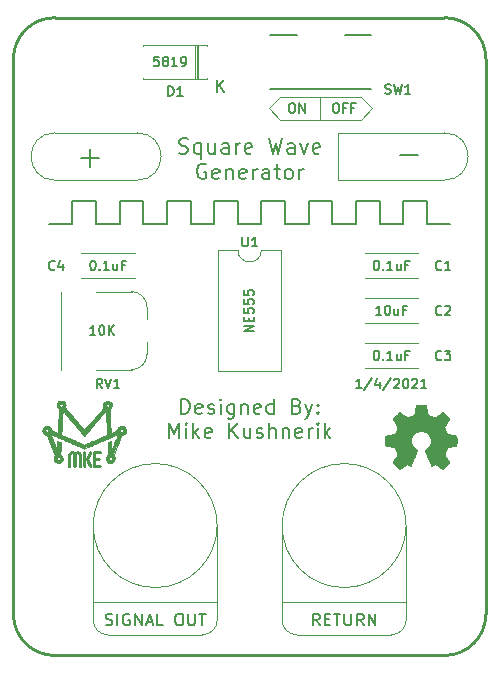
<source format=gbr>
G04 #@! TF.GenerationSoftware,KiCad,Pcbnew,(5.1.8)-1*
G04 #@! TF.CreationDate,2021-01-06T21:59:08-05:00*
G04 #@! TF.ProjectId,Square Wave Generator,53717561-7265-4205-9761-76652047656e,rev?*
G04 #@! TF.SameCoordinates,Original*
G04 #@! TF.FileFunction,Legend,Top*
G04 #@! TF.FilePolarity,Positive*
%FSLAX46Y46*%
G04 Gerber Fmt 4.6, Leading zero omitted, Abs format (unit mm)*
G04 Created by KiCad (PCBNEW (5.1.8)-1) date 2021-01-06 21:59:08*
%MOMM*%
%LPD*%
G01*
G04 APERTURE LIST*
%ADD10C,0.150000*%
%ADD11C,0.120000*%
%ADD12C,0.200000*%
G04 #@! TA.AperFunction,Profile*
%ADD13C,0.254000*%
G04 #@! TD*
%ADD14C,0.010000*%
G04 APERTURE END LIST*
D10*
X107238095Y-80232804D02*
X107390476Y-80232804D01*
X107466666Y-80270900D01*
X107542857Y-80347090D01*
X107580952Y-80499471D01*
X107580952Y-80766138D01*
X107542857Y-80918519D01*
X107466666Y-80994709D01*
X107390476Y-81032804D01*
X107238095Y-81032804D01*
X107161904Y-80994709D01*
X107085714Y-80918519D01*
X107047619Y-80766138D01*
X107047619Y-80499471D01*
X107085714Y-80347090D01*
X107161904Y-80270900D01*
X107238095Y-80232804D01*
X108190476Y-80613757D02*
X107923809Y-80613757D01*
X107923809Y-81032804D02*
X107923809Y-80232804D01*
X108304761Y-80232804D01*
X108876190Y-80613757D02*
X108609523Y-80613757D01*
X108609523Y-81032804D02*
X108609523Y-80232804D01*
X108990476Y-80232804D01*
X103504761Y-80232804D02*
X103657142Y-80232804D01*
X103733333Y-80270900D01*
X103809523Y-80347090D01*
X103847619Y-80499471D01*
X103847619Y-80766138D01*
X103809523Y-80918519D01*
X103733333Y-80994709D01*
X103657142Y-81032804D01*
X103504761Y-81032804D01*
X103428571Y-80994709D01*
X103352380Y-80918519D01*
X103314285Y-80766138D01*
X103314285Y-80499471D01*
X103352380Y-80347090D01*
X103428571Y-80270900D01*
X103504761Y-80232804D01*
X104190476Y-81032804D02*
X104190476Y-80232804D01*
X104647619Y-81032804D01*
X104647619Y-80232804D01*
D11*
X109401800Y-79711700D02*
X110361000Y-80670900D01*
X106000000Y-79711700D02*
X109401800Y-79711700D01*
X102598200Y-79711700D02*
X101639000Y-80670900D01*
X106000000Y-81630100D02*
X106000000Y-79711700D01*
X102598200Y-81630100D02*
X101639000Y-80670900D01*
X106000000Y-81630100D02*
X102598200Y-81630100D01*
X106000000Y-81630100D02*
X109401800Y-81630100D01*
X109401800Y-81630100D02*
X110361000Y-80670900D01*
X102598200Y-79711700D02*
X106000000Y-79711700D01*
D12*
X114261904Y-84607142D02*
X112738095Y-84607142D01*
X85738095Y-84892857D02*
X87261904Y-84892857D01*
X86500000Y-85654761D02*
X86500000Y-84130952D01*
D10*
X109485714Y-104361904D02*
X109028571Y-104361904D01*
X109257142Y-104361904D02*
X109257142Y-103561904D01*
X109180952Y-103676190D01*
X109104761Y-103752380D01*
X109028571Y-103790476D01*
X110400000Y-103523809D02*
X109714285Y-104552380D01*
X111009523Y-103828571D02*
X111009523Y-104361904D01*
X110819047Y-103523809D02*
X110628571Y-104095238D01*
X111123809Y-104095238D01*
X112000000Y-103523809D02*
X111314285Y-104552380D01*
X112228571Y-103638095D02*
X112266666Y-103600000D01*
X112342857Y-103561904D01*
X112533333Y-103561904D01*
X112609523Y-103600000D01*
X112647619Y-103638095D01*
X112685714Y-103714285D01*
X112685714Y-103790476D01*
X112647619Y-103904761D01*
X112190476Y-104361904D01*
X112685714Y-104361904D01*
X113180952Y-103561904D02*
X113257142Y-103561904D01*
X113333333Y-103600000D01*
X113371428Y-103638095D01*
X113409523Y-103714285D01*
X113447619Y-103866666D01*
X113447619Y-104057142D01*
X113409523Y-104209523D01*
X113371428Y-104285714D01*
X113333333Y-104323809D01*
X113257142Y-104361904D01*
X113180952Y-104361904D01*
X113104761Y-104323809D01*
X113066666Y-104285714D01*
X113028571Y-104209523D01*
X112990476Y-104057142D01*
X112990476Y-103866666D01*
X113028571Y-103714285D01*
X113066666Y-103638095D01*
X113104761Y-103600000D01*
X113180952Y-103561904D01*
X113752380Y-103638095D02*
X113790476Y-103600000D01*
X113866666Y-103561904D01*
X114057142Y-103561904D01*
X114133333Y-103600000D01*
X114171428Y-103638095D01*
X114209523Y-103714285D01*
X114209523Y-103790476D01*
X114171428Y-103904761D01*
X113714285Y-104361904D01*
X114209523Y-104361904D01*
X114971428Y-104361904D02*
X114514285Y-104361904D01*
X114742857Y-104361904D02*
X114742857Y-103561904D01*
X114666666Y-103676190D01*
X114590476Y-103752380D01*
X114514285Y-103790476D01*
D11*
X113250000Y-124000000D02*
X113250000Y-116000000D01*
X104000000Y-125250000D02*
G75*
G02*
X102750000Y-124000000I0J1250000D01*
G01*
X102750000Y-122500000D02*
X113250000Y-122500000D01*
X104000000Y-125250000D02*
X112000000Y-125250000D01*
X113250000Y-124000000D02*
G75*
G02*
X112000000Y-125250000I-1250000J0D01*
G01*
X102750000Y-116000000D02*
X102750000Y-124000000D01*
D10*
X105928571Y-124452380D02*
X105595238Y-123976190D01*
X105357142Y-124452380D02*
X105357142Y-123452380D01*
X105738095Y-123452380D01*
X105833333Y-123500000D01*
X105880952Y-123547619D01*
X105928571Y-123642857D01*
X105928571Y-123785714D01*
X105880952Y-123880952D01*
X105833333Y-123928571D01*
X105738095Y-123976190D01*
X105357142Y-123976190D01*
X106357142Y-123928571D02*
X106690476Y-123928571D01*
X106833333Y-124452380D02*
X106357142Y-124452380D01*
X106357142Y-123452380D01*
X106833333Y-123452380D01*
X107119047Y-123452380D02*
X107690476Y-123452380D01*
X107404761Y-124452380D02*
X107404761Y-123452380D01*
X108023809Y-123452380D02*
X108023809Y-124261904D01*
X108071428Y-124357142D01*
X108119047Y-124404761D01*
X108214285Y-124452380D01*
X108404761Y-124452380D01*
X108499999Y-124404761D01*
X108547619Y-124357142D01*
X108595238Y-124261904D01*
X108595238Y-123452380D01*
X109642857Y-124452380D02*
X109309523Y-123976190D01*
X109071428Y-124452380D02*
X109071428Y-123452380D01*
X109452380Y-123452380D01*
X109547619Y-123500000D01*
X109595238Y-123547619D01*
X109642857Y-123642857D01*
X109642857Y-123785714D01*
X109595238Y-123880952D01*
X109547619Y-123928571D01*
X109452380Y-123976190D01*
X109071428Y-123976190D01*
X110071428Y-124452380D02*
X110071428Y-123452380D01*
X110642857Y-124452380D01*
X110642857Y-123452380D01*
D11*
X86750000Y-122500000D02*
X97250000Y-122500000D01*
D10*
X87809523Y-124404761D02*
X87952380Y-124452380D01*
X88190476Y-124452380D01*
X88285714Y-124404761D01*
X88333333Y-124357142D01*
X88380952Y-124261904D01*
X88380952Y-124166666D01*
X88333333Y-124071428D01*
X88285714Y-124023809D01*
X88190476Y-123976190D01*
X88000000Y-123928571D01*
X87904761Y-123880952D01*
X87857142Y-123833333D01*
X87809523Y-123738095D01*
X87809523Y-123642857D01*
X87857142Y-123547619D01*
X87904761Y-123500000D01*
X88000000Y-123452380D01*
X88238095Y-123452380D01*
X88380952Y-123500000D01*
X88809523Y-124452380D02*
X88809523Y-123452380D01*
X89809523Y-123500000D02*
X89714285Y-123452380D01*
X89571428Y-123452380D01*
X89428571Y-123500000D01*
X89333333Y-123595238D01*
X89285714Y-123690476D01*
X89238095Y-123880952D01*
X89238095Y-124023809D01*
X89285714Y-124214285D01*
X89333333Y-124309523D01*
X89428571Y-124404761D01*
X89571428Y-124452380D01*
X89666666Y-124452380D01*
X89809523Y-124404761D01*
X89857142Y-124357142D01*
X89857142Y-124023809D01*
X89666666Y-124023809D01*
X90285714Y-124452380D02*
X90285714Y-123452380D01*
X90857142Y-124452380D01*
X90857142Y-123452380D01*
X91285714Y-124166666D02*
X91761904Y-124166666D01*
X91190476Y-124452380D02*
X91523809Y-123452380D01*
X91857142Y-124452380D01*
X92666666Y-124452380D02*
X92190476Y-124452380D01*
X92190476Y-123452380D01*
X93952380Y-123452380D02*
X94142857Y-123452380D01*
X94238095Y-123500000D01*
X94333333Y-123595238D01*
X94380952Y-123785714D01*
X94380952Y-124119047D01*
X94333333Y-124309523D01*
X94238095Y-124404761D01*
X94142857Y-124452380D01*
X93952380Y-124452380D01*
X93857142Y-124404761D01*
X93761904Y-124309523D01*
X93714285Y-124119047D01*
X93714285Y-123785714D01*
X93761904Y-123595238D01*
X93857142Y-123500000D01*
X93952380Y-123452380D01*
X94809523Y-123452380D02*
X94809523Y-124261904D01*
X94857142Y-124357142D01*
X94904761Y-124404761D01*
X95000000Y-124452380D01*
X95190476Y-124452380D01*
X95285714Y-124404761D01*
X95333333Y-124357142D01*
X95380952Y-124261904D01*
X95380952Y-123452380D01*
X95714285Y-123452380D02*
X96285714Y-123452380D01*
X96000000Y-124452380D02*
X96000000Y-123452380D01*
D11*
X88000000Y-125250000D02*
X96000000Y-125250000D01*
X97250000Y-124000000D02*
G75*
G02*
X96000000Y-125250000I-1250000J0D01*
G01*
X88000000Y-125250000D02*
G75*
G02*
X86750000Y-124000000I0J1250000D01*
G01*
X97250000Y-124000000D02*
X97250000Y-116000000D01*
X86750000Y-116000000D02*
X86750000Y-124000000D01*
D12*
X113000000Y-88500000D02*
X115000000Y-88500000D01*
X109000000Y-90500000D02*
X109000000Y-88500000D01*
X113000000Y-90500000D02*
X113000000Y-88500000D01*
X115000000Y-88500000D02*
X115000000Y-90500000D01*
X111000000Y-90500000D02*
X113000000Y-90500000D01*
X109000000Y-88500000D02*
X111000000Y-88500000D01*
X111000000Y-88500000D02*
X111000000Y-90500000D01*
X115000000Y-90500000D02*
X117000000Y-90500000D01*
X89000000Y-90500000D02*
X87000000Y-90500000D01*
X85000000Y-88500000D02*
X85000000Y-90500000D01*
X89000000Y-88500000D02*
X89000000Y-90500000D01*
X85000000Y-90500000D02*
X83000000Y-90500000D01*
X87000000Y-90500000D02*
X87000000Y-88500000D01*
X91000000Y-88500000D02*
X89000000Y-88500000D01*
X87000000Y-88500000D02*
X85000000Y-88500000D01*
X91000000Y-90500000D02*
X91000000Y-88500000D01*
X107000000Y-90500000D02*
X109000000Y-90500000D01*
X107000000Y-88500000D02*
X107000000Y-90500000D01*
X105000000Y-88500000D02*
X107000000Y-88500000D01*
X105000000Y-90500000D02*
X105000000Y-88500000D01*
X93000000Y-90500000D02*
X91000000Y-90500000D01*
X93000000Y-88500000D02*
X93000000Y-90500000D01*
X95000000Y-88500000D02*
X93000000Y-88500000D01*
X95000000Y-90500000D02*
X95000000Y-88500000D01*
X103000000Y-90500000D02*
X105000000Y-90500000D01*
X97000000Y-90500000D02*
X95000000Y-90500000D01*
X97000000Y-88500000D02*
X97000000Y-90500000D01*
X99000000Y-88500000D02*
X97000000Y-88500000D01*
X103000000Y-88500000D02*
X103000000Y-90500000D01*
X101000000Y-88500000D02*
X103000000Y-88500000D01*
X101000000Y-90500000D02*
X101000000Y-88500000D01*
X99000000Y-90500000D02*
X99000000Y-88500000D01*
X99000000Y-90500000D02*
X101000000Y-90500000D01*
X94026190Y-84451190D02*
X94211904Y-84513095D01*
X94521428Y-84513095D01*
X94645238Y-84451190D01*
X94707142Y-84389285D01*
X94769047Y-84265476D01*
X94769047Y-84141666D01*
X94707142Y-84017857D01*
X94645238Y-83955952D01*
X94521428Y-83894047D01*
X94273809Y-83832142D01*
X94150000Y-83770238D01*
X94088095Y-83708333D01*
X94026190Y-83584523D01*
X94026190Y-83460714D01*
X94088095Y-83336904D01*
X94150000Y-83275000D01*
X94273809Y-83213095D01*
X94583333Y-83213095D01*
X94769047Y-83275000D01*
X95883333Y-83646428D02*
X95883333Y-84946428D01*
X95883333Y-84451190D02*
X95759523Y-84513095D01*
X95511904Y-84513095D01*
X95388095Y-84451190D01*
X95326190Y-84389285D01*
X95264285Y-84265476D01*
X95264285Y-83894047D01*
X95326190Y-83770238D01*
X95388095Y-83708333D01*
X95511904Y-83646428D01*
X95759523Y-83646428D01*
X95883333Y-83708333D01*
X97059523Y-83646428D02*
X97059523Y-84513095D01*
X96502380Y-83646428D02*
X96502380Y-84327380D01*
X96564285Y-84451190D01*
X96688095Y-84513095D01*
X96873809Y-84513095D01*
X96997619Y-84451190D01*
X97059523Y-84389285D01*
X98235714Y-84513095D02*
X98235714Y-83832142D01*
X98173809Y-83708333D01*
X98050000Y-83646428D01*
X97802380Y-83646428D01*
X97678571Y-83708333D01*
X98235714Y-84451190D02*
X98111904Y-84513095D01*
X97802380Y-84513095D01*
X97678571Y-84451190D01*
X97616666Y-84327380D01*
X97616666Y-84203571D01*
X97678571Y-84079761D01*
X97802380Y-84017857D01*
X98111904Y-84017857D01*
X98235714Y-83955952D01*
X98854761Y-84513095D02*
X98854761Y-83646428D01*
X98854761Y-83894047D02*
X98916666Y-83770238D01*
X98978571Y-83708333D01*
X99102380Y-83646428D01*
X99226190Y-83646428D01*
X100154761Y-84451190D02*
X100030952Y-84513095D01*
X99783333Y-84513095D01*
X99659523Y-84451190D01*
X99597619Y-84327380D01*
X99597619Y-83832142D01*
X99659523Y-83708333D01*
X99783333Y-83646428D01*
X100030952Y-83646428D01*
X100154761Y-83708333D01*
X100216666Y-83832142D01*
X100216666Y-83955952D01*
X99597619Y-84079761D01*
X101640476Y-83213095D02*
X101950000Y-84513095D01*
X102197619Y-83584523D01*
X102445238Y-84513095D01*
X102754761Y-83213095D01*
X103807142Y-84513095D02*
X103807142Y-83832142D01*
X103745238Y-83708333D01*
X103621428Y-83646428D01*
X103373809Y-83646428D01*
X103250000Y-83708333D01*
X103807142Y-84451190D02*
X103683333Y-84513095D01*
X103373809Y-84513095D01*
X103250000Y-84451190D01*
X103188095Y-84327380D01*
X103188095Y-84203571D01*
X103250000Y-84079761D01*
X103373809Y-84017857D01*
X103683333Y-84017857D01*
X103807142Y-83955952D01*
X104302380Y-83646428D02*
X104611904Y-84513095D01*
X104921428Y-83646428D01*
X105911904Y-84451190D02*
X105788095Y-84513095D01*
X105540476Y-84513095D01*
X105416666Y-84451190D01*
X105354761Y-84327380D01*
X105354761Y-83832142D01*
X105416666Y-83708333D01*
X105540476Y-83646428D01*
X105788095Y-83646428D01*
X105911904Y-83708333D01*
X105973809Y-83832142D01*
X105973809Y-83955952D01*
X105354761Y-84079761D01*
X96285714Y-85425000D02*
X96161904Y-85363095D01*
X95976190Y-85363095D01*
X95790476Y-85425000D01*
X95666666Y-85548809D01*
X95604761Y-85672619D01*
X95542857Y-85920238D01*
X95542857Y-86105952D01*
X95604761Y-86353571D01*
X95666666Y-86477380D01*
X95790476Y-86601190D01*
X95976190Y-86663095D01*
X96100000Y-86663095D01*
X96285714Y-86601190D01*
X96347619Y-86539285D01*
X96347619Y-86105952D01*
X96100000Y-86105952D01*
X97400000Y-86601190D02*
X97276190Y-86663095D01*
X97028571Y-86663095D01*
X96904761Y-86601190D01*
X96842857Y-86477380D01*
X96842857Y-85982142D01*
X96904761Y-85858333D01*
X97028571Y-85796428D01*
X97276190Y-85796428D01*
X97400000Y-85858333D01*
X97461904Y-85982142D01*
X97461904Y-86105952D01*
X96842857Y-86229761D01*
X98019047Y-85796428D02*
X98019047Y-86663095D01*
X98019047Y-85920238D02*
X98080952Y-85858333D01*
X98204761Y-85796428D01*
X98390476Y-85796428D01*
X98514285Y-85858333D01*
X98576190Y-85982142D01*
X98576190Y-86663095D01*
X99690476Y-86601190D02*
X99566666Y-86663095D01*
X99319047Y-86663095D01*
X99195238Y-86601190D01*
X99133333Y-86477380D01*
X99133333Y-85982142D01*
X99195238Y-85858333D01*
X99319047Y-85796428D01*
X99566666Y-85796428D01*
X99690476Y-85858333D01*
X99752380Y-85982142D01*
X99752380Y-86105952D01*
X99133333Y-86229761D01*
X100309523Y-86663095D02*
X100309523Y-85796428D01*
X100309523Y-86044047D02*
X100371428Y-85920238D01*
X100433333Y-85858333D01*
X100557142Y-85796428D01*
X100680952Y-85796428D01*
X101671428Y-86663095D02*
X101671428Y-85982142D01*
X101609523Y-85858333D01*
X101485714Y-85796428D01*
X101238095Y-85796428D01*
X101114285Y-85858333D01*
X101671428Y-86601190D02*
X101547619Y-86663095D01*
X101238095Y-86663095D01*
X101114285Y-86601190D01*
X101052380Y-86477380D01*
X101052380Y-86353571D01*
X101114285Y-86229761D01*
X101238095Y-86167857D01*
X101547619Y-86167857D01*
X101671428Y-86105952D01*
X102104761Y-85796428D02*
X102600000Y-85796428D01*
X102290476Y-85363095D02*
X102290476Y-86477380D01*
X102352380Y-86601190D01*
X102476190Y-86663095D01*
X102600000Y-86663095D01*
X103219047Y-86663095D02*
X103095238Y-86601190D01*
X103033333Y-86539285D01*
X102971428Y-86415476D01*
X102971428Y-86044047D01*
X103033333Y-85920238D01*
X103095238Y-85858333D01*
X103219047Y-85796428D01*
X103404761Y-85796428D01*
X103528571Y-85858333D01*
X103590476Y-85920238D01*
X103652380Y-86044047D01*
X103652380Y-86415476D01*
X103590476Y-86539285D01*
X103528571Y-86601190D01*
X103404761Y-86663095D01*
X103219047Y-86663095D01*
X104209523Y-86663095D02*
X104209523Y-85796428D01*
X104209523Y-86044047D02*
X104271428Y-85920238D01*
X104333333Y-85858333D01*
X104457142Y-85796428D01*
X104580952Y-85796428D01*
X94226190Y-106527976D02*
X94226190Y-105277976D01*
X94523809Y-105277976D01*
X94702380Y-105337500D01*
X94821428Y-105456547D01*
X94880952Y-105575595D01*
X94940476Y-105813690D01*
X94940476Y-105992261D01*
X94880952Y-106230357D01*
X94821428Y-106349404D01*
X94702380Y-106468452D01*
X94523809Y-106527976D01*
X94226190Y-106527976D01*
X95952380Y-106468452D02*
X95833333Y-106527976D01*
X95595238Y-106527976D01*
X95476190Y-106468452D01*
X95416666Y-106349404D01*
X95416666Y-105873214D01*
X95476190Y-105754166D01*
X95595238Y-105694642D01*
X95833333Y-105694642D01*
X95952380Y-105754166D01*
X96011904Y-105873214D01*
X96011904Y-105992261D01*
X95416666Y-106111309D01*
X96488095Y-106468452D02*
X96607142Y-106527976D01*
X96845238Y-106527976D01*
X96964285Y-106468452D01*
X97023809Y-106349404D01*
X97023809Y-106289880D01*
X96964285Y-106170833D01*
X96845238Y-106111309D01*
X96666666Y-106111309D01*
X96547619Y-106051785D01*
X96488095Y-105932738D01*
X96488095Y-105873214D01*
X96547619Y-105754166D01*
X96666666Y-105694642D01*
X96845238Y-105694642D01*
X96964285Y-105754166D01*
X97559523Y-106527976D02*
X97559523Y-105694642D01*
X97559523Y-105277976D02*
X97500000Y-105337500D01*
X97559523Y-105397023D01*
X97619047Y-105337500D01*
X97559523Y-105277976D01*
X97559523Y-105397023D01*
X98690476Y-105694642D02*
X98690476Y-106706547D01*
X98630952Y-106825595D01*
X98571428Y-106885119D01*
X98452380Y-106944642D01*
X98273809Y-106944642D01*
X98154761Y-106885119D01*
X98690476Y-106468452D02*
X98571428Y-106527976D01*
X98333333Y-106527976D01*
X98214285Y-106468452D01*
X98154761Y-106408928D01*
X98095238Y-106289880D01*
X98095238Y-105932738D01*
X98154761Y-105813690D01*
X98214285Y-105754166D01*
X98333333Y-105694642D01*
X98571428Y-105694642D01*
X98690476Y-105754166D01*
X99285714Y-105694642D02*
X99285714Y-106527976D01*
X99285714Y-105813690D02*
X99345238Y-105754166D01*
X99464285Y-105694642D01*
X99642857Y-105694642D01*
X99761904Y-105754166D01*
X99821428Y-105873214D01*
X99821428Y-106527976D01*
X100892857Y-106468452D02*
X100773809Y-106527976D01*
X100535714Y-106527976D01*
X100416666Y-106468452D01*
X100357142Y-106349404D01*
X100357142Y-105873214D01*
X100416666Y-105754166D01*
X100535714Y-105694642D01*
X100773809Y-105694642D01*
X100892857Y-105754166D01*
X100952380Y-105873214D01*
X100952380Y-105992261D01*
X100357142Y-106111309D01*
X102023809Y-106527976D02*
X102023809Y-105277976D01*
X102023809Y-106468452D02*
X101904761Y-106527976D01*
X101666666Y-106527976D01*
X101547619Y-106468452D01*
X101488095Y-106408928D01*
X101428571Y-106289880D01*
X101428571Y-105932738D01*
X101488095Y-105813690D01*
X101547619Y-105754166D01*
X101666666Y-105694642D01*
X101904761Y-105694642D01*
X102023809Y-105754166D01*
X103988095Y-105873214D02*
X104166666Y-105932738D01*
X104226190Y-105992261D01*
X104285714Y-106111309D01*
X104285714Y-106289880D01*
X104226190Y-106408928D01*
X104166666Y-106468452D01*
X104047619Y-106527976D01*
X103571428Y-106527976D01*
X103571428Y-105277976D01*
X103988095Y-105277976D01*
X104107142Y-105337500D01*
X104166666Y-105397023D01*
X104226190Y-105516071D01*
X104226190Y-105635119D01*
X104166666Y-105754166D01*
X104107142Y-105813690D01*
X103988095Y-105873214D01*
X103571428Y-105873214D01*
X104702380Y-105694642D02*
X105000000Y-106527976D01*
X105297619Y-105694642D02*
X105000000Y-106527976D01*
X104880952Y-106825595D01*
X104821428Y-106885119D01*
X104702380Y-106944642D01*
X105773809Y-106408928D02*
X105833333Y-106468452D01*
X105773809Y-106527976D01*
X105714285Y-106468452D01*
X105773809Y-106408928D01*
X105773809Y-106527976D01*
X105773809Y-105754166D02*
X105833333Y-105813690D01*
X105773809Y-105873214D01*
X105714285Y-105813690D01*
X105773809Y-105754166D01*
X105773809Y-105873214D01*
X93214285Y-108602976D02*
X93214285Y-107352976D01*
X93630952Y-108245833D01*
X94047619Y-107352976D01*
X94047619Y-108602976D01*
X94642857Y-108602976D02*
X94642857Y-107769642D01*
X94642857Y-107352976D02*
X94583333Y-107412500D01*
X94642857Y-107472023D01*
X94702380Y-107412500D01*
X94642857Y-107352976D01*
X94642857Y-107472023D01*
X95238095Y-108602976D02*
X95238095Y-107352976D01*
X95357142Y-108126785D02*
X95714285Y-108602976D01*
X95714285Y-107769642D02*
X95238095Y-108245833D01*
X96726190Y-108543452D02*
X96607142Y-108602976D01*
X96369047Y-108602976D01*
X96250000Y-108543452D01*
X96190476Y-108424404D01*
X96190476Y-107948214D01*
X96250000Y-107829166D01*
X96369047Y-107769642D01*
X96607142Y-107769642D01*
X96726190Y-107829166D01*
X96785714Y-107948214D01*
X96785714Y-108067261D01*
X96190476Y-108186309D01*
X98273809Y-108602976D02*
X98273809Y-107352976D01*
X98988095Y-108602976D02*
X98452380Y-107888690D01*
X98988095Y-107352976D02*
X98273809Y-108067261D01*
X100059523Y-107769642D02*
X100059523Y-108602976D01*
X99523809Y-107769642D02*
X99523809Y-108424404D01*
X99583333Y-108543452D01*
X99702380Y-108602976D01*
X99880952Y-108602976D01*
X100000000Y-108543452D01*
X100059523Y-108483928D01*
X100595238Y-108543452D02*
X100714285Y-108602976D01*
X100952380Y-108602976D01*
X101071428Y-108543452D01*
X101130952Y-108424404D01*
X101130952Y-108364880D01*
X101071428Y-108245833D01*
X100952380Y-108186309D01*
X100773809Y-108186309D01*
X100654761Y-108126785D01*
X100595238Y-108007738D01*
X100595238Y-107948214D01*
X100654761Y-107829166D01*
X100773809Y-107769642D01*
X100952380Y-107769642D01*
X101071428Y-107829166D01*
X101666666Y-108602976D02*
X101666666Y-107352976D01*
X102202380Y-108602976D02*
X102202380Y-107948214D01*
X102142857Y-107829166D01*
X102023809Y-107769642D01*
X101845238Y-107769642D01*
X101726190Y-107829166D01*
X101666666Y-107888690D01*
X102797619Y-107769642D02*
X102797619Y-108602976D01*
X102797619Y-107888690D02*
X102857142Y-107829166D01*
X102976190Y-107769642D01*
X103154761Y-107769642D01*
X103273809Y-107829166D01*
X103333333Y-107948214D01*
X103333333Y-108602976D01*
X104404761Y-108543452D02*
X104285714Y-108602976D01*
X104047619Y-108602976D01*
X103928571Y-108543452D01*
X103869047Y-108424404D01*
X103869047Y-107948214D01*
X103928571Y-107829166D01*
X104047619Y-107769642D01*
X104285714Y-107769642D01*
X104404761Y-107829166D01*
X104464285Y-107948214D01*
X104464285Y-108067261D01*
X103869047Y-108186309D01*
X105000000Y-108602976D02*
X105000000Y-107769642D01*
X105000000Y-108007738D02*
X105059523Y-107888690D01*
X105119047Y-107829166D01*
X105238095Y-107769642D01*
X105357142Y-107769642D01*
X105773809Y-108602976D02*
X105773809Y-107769642D01*
X105773809Y-107352976D02*
X105714285Y-107412500D01*
X105773809Y-107472023D01*
X105833333Y-107412500D01*
X105773809Y-107352976D01*
X105773809Y-107472023D01*
X106369047Y-108602976D02*
X106369047Y-107352976D01*
X106488095Y-108126785D02*
X106845238Y-108602976D01*
X106845238Y-107769642D02*
X106369047Y-108245833D01*
D13*
X120000000Y-123500000D02*
G75*
G02*
X116500000Y-127000000I-3500000J0D01*
G01*
X83500000Y-127000000D02*
G75*
G02*
X80000000Y-123500000I0J3500000D01*
G01*
X116500000Y-73000000D02*
G75*
G02*
X120000000Y-76500000I0J-3500000D01*
G01*
X80000000Y-76500000D02*
G75*
G02*
X83500000Y-73000000I3500000J0D01*
G01*
X83500000Y-127000000D02*
X116500000Y-127000000D01*
X120000000Y-76500000D02*
X120000000Y-123500000D01*
X83500000Y-73000000D02*
X116500000Y-73000000D01*
X80000000Y-76500000D02*
X80000000Y-123500000D01*
D14*
G36*
X114553123Y-105796304D02*
G01*
X114631059Y-105796924D01*
X114704769Y-105798054D01*
X114771551Y-105799693D01*
X114828703Y-105801837D01*
X114873524Y-105804482D01*
X114903312Y-105807627D01*
X114915241Y-105811091D01*
X114919550Y-105823832D01*
X114926996Y-105854327D01*
X114937115Y-105900332D01*
X114949442Y-105959603D01*
X114963512Y-106029897D01*
X114978863Y-106108968D01*
X114995028Y-106194573D01*
X114998813Y-106214951D01*
X115019804Y-106326854D01*
X115037797Y-106419510D01*
X115052972Y-106493741D01*
X115065509Y-106550370D01*
X115075588Y-106590220D01*
X115083389Y-106614113D01*
X115087787Y-106621992D01*
X115100882Y-106629691D01*
X115129891Y-106643623D01*
X115171830Y-106662547D01*
X115223719Y-106685221D01*
X115282574Y-106710406D01*
X115345414Y-106736860D01*
X115409256Y-106763342D01*
X115471119Y-106788612D01*
X115528020Y-106811428D01*
X115576978Y-106830551D01*
X115615009Y-106844739D01*
X115639133Y-106852751D01*
X115645577Y-106854080D01*
X115656775Y-106848504D01*
X115682816Y-106832595D01*
X115721832Y-106807583D01*
X115771955Y-106774695D01*
X115831318Y-106735162D01*
X115898053Y-106690211D01*
X115970292Y-106641071D01*
X115994107Y-106624771D01*
X116090046Y-106559398D01*
X116170062Y-106505730D01*
X116234629Y-106463467D01*
X116284218Y-106432310D01*
X116319304Y-106411958D01*
X116340357Y-106402113D01*
X116346687Y-106401187D01*
X116358517Y-106409741D01*
X116382301Y-106430817D01*
X116416147Y-106462508D01*
X116458159Y-106502905D01*
X116506446Y-106550103D01*
X116559112Y-106602192D01*
X116614265Y-106657266D01*
X116670010Y-106713418D01*
X116724455Y-106768740D01*
X116775705Y-106821325D01*
X116821867Y-106869265D01*
X116861048Y-106910652D01*
X116891353Y-106943580D01*
X116910890Y-106966142D01*
X116917764Y-106976425D01*
X116912105Y-106987844D01*
X116896110Y-107014051D01*
X116871029Y-107053146D01*
X116838117Y-107103225D01*
X116798624Y-107162387D01*
X116753804Y-107228730D01*
X116704908Y-107300351D01*
X116694244Y-107315878D01*
X116644632Y-107388476D01*
X116598852Y-107456312D01*
X116558157Y-107517468D01*
X116523800Y-107570022D01*
X116497033Y-107612054D01*
X116479110Y-107641644D01*
X116471283Y-107656870D01*
X116471040Y-107658046D01*
X116474996Y-107672267D01*
X116486035Y-107702125D01*
X116502911Y-107744723D01*
X116524379Y-107797162D01*
X116549194Y-107856545D01*
X116576111Y-107919973D01*
X116603884Y-107984549D01*
X116631269Y-108047375D01*
X116657019Y-108105553D01*
X116679890Y-108156185D01*
X116698637Y-108196373D01*
X116712013Y-108223219D01*
X116718290Y-108233444D01*
X116731317Y-108238504D01*
X116762308Y-108246661D01*
X116809213Y-108257476D01*
X116869985Y-108270510D01*
X116942578Y-108285322D01*
X117024943Y-108301474D01*
X117111145Y-108317801D01*
X117196668Y-108333962D01*
X117276158Y-108349413D01*
X117347335Y-108363679D01*
X117407921Y-108376285D01*
X117455637Y-108386755D01*
X117488205Y-108394615D01*
X117503345Y-108399388D01*
X117503904Y-108399748D01*
X117507515Y-108412656D01*
X117510630Y-108443177D01*
X117513247Y-108488609D01*
X117515362Y-108546250D01*
X117516972Y-108613399D01*
X117518075Y-108687355D01*
X117518666Y-108765416D01*
X117518744Y-108844880D01*
X117518305Y-108923046D01*
X117517346Y-108997213D01*
X117515864Y-109064679D01*
X117513857Y-109122742D01*
X117511320Y-109168701D01*
X117508251Y-109199854D01*
X117504820Y-109213302D01*
X117494138Y-109219238D01*
X117469396Y-109227041D01*
X117429558Y-109236939D01*
X117373591Y-109249159D01*
X117300461Y-109263929D01*
X117209132Y-109281478D01*
X117121280Y-109297854D01*
X117036792Y-109313628D01*
X116958427Y-109328621D01*
X116888478Y-109342366D01*
X116829238Y-109354398D01*
X116783002Y-109364251D01*
X116752061Y-109371457D01*
X116738709Y-109375552D01*
X116738542Y-109375668D01*
X116731921Y-109387174D01*
X116719114Y-109414842D01*
X116701246Y-109455875D01*
X116679444Y-109507476D01*
X116654834Y-109566848D01*
X116628542Y-109631194D01*
X116601694Y-109697718D01*
X116575416Y-109763623D01*
X116550834Y-109826112D01*
X116529074Y-109882387D01*
X116511262Y-109929652D01*
X116498524Y-109965111D01*
X116491986Y-109985966D01*
X116491360Y-109989621D01*
X116496938Y-110001511D01*
X116512811Y-110028110D01*
X116537689Y-110067434D01*
X116570281Y-110117499D01*
X116609294Y-110176321D01*
X116653438Y-110241917D01*
X116700415Y-110310835D01*
X116748519Y-110381152D01*
X116793035Y-110446566D01*
X116832635Y-110505096D01*
X116865988Y-110554764D01*
X116891766Y-110593589D01*
X116908639Y-110619593D01*
X116915247Y-110630712D01*
X116909754Y-110641460D01*
X116891410Y-110664336D01*
X116862087Y-110697467D01*
X116823659Y-110738976D01*
X116777997Y-110786990D01*
X116726974Y-110839632D01*
X116672463Y-110895028D01*
X116616337Y-110951303D01*
X116560468Y-111006583D01*
X116506729Y-111058992D01*
X116456994Y-111106654D01*
X116413133Y-111147697D01*
X116377021Y-111180243D01*
X116350530Y-111202420D01*
X116335532Y-111212350D01*
X116333948Y-111212705D01*
X116320219Y-111207111D01*
X116292401Y-111191390D01*
X116253013Y-111167126D01*
X116204574Y-111135900D01*
X116149603Y-111099296D01*
X116105280Y-111069042D01*
X116040983Y-111024787D01*
X115975912Y-110980165D01*
X115913963Y-110937831D01*
X115859028Y-110900447D01*
X115815004Y-110870670D01*
X115798631Y-110859686D01*
X115700263Y-110793981D01*
X115547543Y-110873810D01*
X115491080Y-110903061D01*
X115449749Y-110923628D01*
X115420840Y-110936555D01*
X115401644Y-110942885D01*
X115389452Y-110943663D01*
X115381556Y-110939932D01*
X115379918Y-110938400D01*
X115373310Y-110926305D01*
X115359863Y-110897264D01*
X115340356Y-110853159D01*
X115315567Y-110795870D01*
X115286272Y-110727279D01*
X115253251Y-110649267D01*
X115217281Y-110563714D01*
X115179140Y-110472503D01*
X115139606Y-110377513D01*
X115099457Y-110280627D01*
X115059471Y-110183725D01*
X115020426Y-110088688D01*
X114983099Y-109997397D01*
X114948270Y-109911734D01*
X114916714Y-109833580D01*
X114889212Y-109764816D01*
X114866540Y-109707322D01*
X114849476Y-109662980D01*
X114838799Y-109633671D01*
X114835280Y-109621430D01*
X114841562Y-109606577D01*
X114861630Y-109586871D01*
X114897313Y-109560670D01*
X114919100Y-109546228D01*
X114960208Y-109516760D01*
X115008789Y-109477630D01*
X115058542Y-109434117D01*
X115099971Y-109394711D01*
X115142591Y-109351063D01*
X115174258Y-109315411D01*
X115199099Y-109282125D01*
X115221238Y-109245577D01*
X115244800Y-109200139D01*
X115249365Y-109190880D01*
X115283181Y-109118397D01*
X115307296Y-109056281D01*
X115323250Y-108997970D01*
X115332582Y-108936905D01*
X115336834Y-108866522D01*
X115337595Y-108814960D01*
X115337173Y-108752318D01*
X115334982Y-108704016D01*
X115330401Y-108664103D01*
X115322806Y-108626631D01*
X115314750Y-108596520D01*
X115268961Y-108472261D01*
X115206639Y-108358733D01*
X115129099Y-108257225D01*
X115037650Y-108169024D01*
X114933607Y-108095419D01*
X114818279Y-108037699D01*
X114708280Y-108001010D01*
X114627213Y-107985982D01*
X114535719Y-107979209D01*
X114441731Y-107980685D01*
X114353183Y-107990405D01*
X114301880Y-108001254D01*
X114181863Y-108042847D01*
X114071435Y-108100593D01*
X113971810Y-108172727D01*
X113884205Y-108257487D01*
X113809836Y-108353105D01*
X113749919Y-108457819D01*
X113705671Y-108569863D01*
X113678308Y-108687473D01*
X113669045Y-108808883D01*
X113675768Y-108909724D01*
X113701061Y-109036682D01*
X113742329Y-109153021D01*
X113800365Y-109259995D01*
X113875960Y-109358857D01*
X113969905Y-109450860D01*
X114063120Y-109523435D01*
X114103943Y-109552907D01*
X114138716Y-109579068D01*
X114164023Y-109599272D01*
X114176449Y-109610875D01*
X114176916Y-109611570D01*
X114178288Y-109614139D01*
X114179081Y-109617356D01*
X114178808Y-109622446D01*
X114176985Y-109630633D01*
X114173126Y-109643141D01*
X114166746Y-109661197D01*
X114157360Y-109686023D01*
X114144483Y-109718845D01*
X114127628Y-109760888D01*
X114106311Y-109813376D01*
X114080046Y-109877533D01*
X114048348Y-109954585D01*
X114010732Y-110045755D01*
X113966712Y-110152269D01*
X113915803Y-110275351D01*
X113869519Y-110387224D01*
X113814254Y-110520238D01*
X113766239Y-110634588D01*
X113725352Y-110730550D01*
X113691472Y-110808398D01*
X113664479Y-110868404D01*
X113644252Y-110910844D01*
X113630671Y-110935991D01*
X113624049Y-110944058D01*
X113608195Y-110941460D01*
X113577406Y-110929498D01*
X113534169Y-110909269D01*
X113480968Y-110881868D01*
X113471649Y-110876865D01*
X113422825Y-110851252D01*
X113378880Y-110829564D01*
X113343539Y-110813538D01*
X113320524Y-110804908D01*
X113315165Y-110803901D01*
X113302025Y-110809472D01*
X113274276Y-110825367D01*
X113233970Y-110850273D01*
X113183155Y-110882876D01*
X113123883Y-110921865D01*
X113058202Y-110965926D01*
X112996152Y-111008250D01*
X112926501Y-111055717D01*
X112861444Y-111099285D01*
X112803028Y-111137639D01*
X112753303Y-111169466D01*
X112714318Y-111193453D01*
X112688124Y-111208284D01*
X112677237Y-111212720D01*
X112664030Y-111205862D01*
X112638121Y-111185158D01*
X112599294Y-111150409D01*
X112547338Y-111101418D01*
X112482040Y-111037987D01*
X112403186Y-110959919D01*
X112379030Y-110935791D01*
X112297055Y-110853216D01*
X112229243Y-110783698D01*
X112175735Y-110727388D01*
X112136669Y-110684437D01*
X112112186Y-110654995D01*
X112102426Y-110639212D01*
X112102240Y-110637977D01*
X112107830Y-110625024D01*
X112123737Y-110597421D01*
X112148662Y-110557190D01*
X112181306Y-110506353D01*
X112220372Y-110446934D01*
X112264561Y-110380955D01*
X112310520Y-110313436D01*
X112358401Y-110243071D01*
X112402404Y-110177329D01*
X112441230Y-110118234D01*
X112473583Y-110067807D01*
X112498162Y-110028071D01*
X112513670Y-110001047D01*
X112518819Y-109988950D01*
X112515070Y-109973336D01*
X112504585Y-109941927D01*
X112488522Y-109897620D01*
X112468040Y-109843312D01*
X112444299Y-109781900D01*
X112418458Y-109716281D01*
X112391677Y-109649351D01*
X112365113Y-109584006D01*
X112339928Y-109523144D01*
X112317279Y-109469661D01*
X112298326Y-109426455D01*
X112284229Y-109396420D01*
X112276146Y-109382456D01*
X112276082Y-109382390D01*
X112263304Y-109375852D01*
X112235303Y-109367317D01*
X112191162Y-109356581D01*
X112129962Y-109343440D01*
X112050788Y-109327690D01*
X111952722Y-109309126D01*
X111919360Y-109302956D01*
X111817833Y-109284250D01*
X111734462Y-109268783D01*
X111667417Y-109256099D01*
X111614871Y-109245743D01*
X111574997Y-109237262D01*
X111545967Y-109230201D01*
X111525954Y-109224105D01*
X111513131Y-109218520D01*
X111505669Y-109212992D01*
X111501741Y-109207065D01*
X111499521Y-109200286D01*
X111499023Y-109198421D01*
X111497628Y-109183314D01*
X111496338Y-109150305D01*
X111495191Y-109101812D01*
X111494223Y-109040254D01*
X111493474Y-108968049D01*
X111492980Y-108887616D01*
X111492779Y-108801371D01*
X111492778Y-108799121D01*
X111492911Y-108694835D01*
X111493428Y-108609324D01*
X111494377Y-108541049D01*
X111495809Y-108488469D01*
X111497771Y-108450043D01*
X111500313Y-108424230D01*
X111503485Y-108409489D01*
X111505340Y-108405766D01*
X111514500Y-108400062D01*
X111535185Y-108392945D01*
X111568735Y-108384117D01*
X111616494Y-108373279D01*
X111679801Y-108360132D01*
X111760000Y-108344378D01*
X111858431Y-108325718D01*
X111897854Y-108318368D01*
X112001386Y-108298944D01*
X112086448Y-108282531D01*
X112154608Y-108268778D01*
X112207437Y-108257332D01*
X112246503Y-108247842D01*
X112273375Y-108239954D01*
X112289623Y-108233318D01*
X112295619Y-108229122D01*
X112304678Y-108214518D01*
X112319988Y-108184154D01*
X112340281Y-108140995D01*
X112364290Y-108088008D01*
X112390744Y-108028160D01*
X112418377Y-107964415D01*
X112445921Y-107899741D01*
X112472106Y-107837104D01*
X112495665Y-107779469D01*
X112515330Y-107729804D01*
X112529831Y-107691073D01*
X112537902Y-107666243D01*
X112539140Y-107659576D01*
X112533497Y-107646087D01*
X112517373Y-107617831D01*
X112491963Y-107576668D01*
X112458461Y-107524463D01*
X112418062Y-107463078D01*
X112371960Y-107394376D01*
X112324154Y-107324296D01*
X112275256Y-107252717D01*
X112230001Y-107185625D01*
X112189704Y-107125032D01*
X112155680Y-107072954D01*
X112129245Y-107031404D01*
X112111714Y-107002397D01*
X112104401Y-106987946D01*
X112104323Y-106987618D01*
X112104877Y-106979671D01*
X112110095Y-106968396D01*
X112121203Y-106952439D01*
X112139430Y-106930444D01*
X112166001Y-106901053D01*
X112202145Y-106862913D01*
X112249087Y-106814666D01*
X112308055Y-106754957D01*
X112380276Y-106682431D01*
X112382788Y-106679915D01*
X112459113Y-106603971D01*
X112525468Y-106538972D01*
X112581133Y-106485594D01*
X112625384Y-106444514D01*
X112657499Y-106416406D01*
X112676756Y-106401949D01*
X112681783Y-106400092D01*
X112693455Y-106406578D01*
X112719885Y-106423340D01*
X112759128Y-106449079D01*
X112809238Y-106482497D01*
X112868273Y-106522298D01*
X112934286Y-106567183D01*
X113005333Y-106615854D01*
X113011983Y-106620428D01*
X113083874Y-106669681D01*
X113151337Y-106715504D01*
X113212352Y-106756555D01*
X113264895Y-106791490D01*
X113306946Y-106818964D01*
X113336481Y-106837635D01*
X113351480Y-106846158D01*
X113351920Y-106846335D01*
X113362273Y-106848089D01*
X113377663Y-106846475D01*
X113400207Y-106840767D01*
X113432019Y-106830241D01*
X113475217Y-106814174D01*
X113531918Y-106791841D01*
X113604237Y-106762517D01*
X113641480Y-106747242D01*
X113710531Y-106718857D01*
X113773742Y-106692878D01*
X113828586Y-106670344D01*
X113872538Y-106652292D01*
X113903072Y-106639761D01*
X113917661Y-106633786D01*
X113918247Y-106633548D01*
X113923339Y-106630329D01*
X113928258Y-106623789D01*
X113933399Y-106612165D01*
X113939161Y-106593697D01*
X113945939Y-106566624D01*
X113954130Y-106529184D01*
X113964131Y-106479617D01*
X113976340Y-106416160D01*
X113991152Y-106337053D01*
X114008965Y-106240535D01*
X114018497Y-106188600D01*
X114038206Y-106082546D01*
X114054982Y-105995526D01*
X114069055Y-105926500D01*
X114080652Y-105874428D01*
X114090002Y-105838271D01*
X114097334Y-105816990D01*
X114101678Y-105810140D01*
X114116166Y-105806554D01*
X114148042Y-105803505D01*
X114194602Y-105800990D01*
X114253146Y-105799005D01*
X114320971Y-105797547D01*
X114395377Y-105796613D01*
X114473661Y-105796200D01*
X114553123Y-105796304D01*
G37*
X114553123Y-105796304D02*
X114631059Y-105796924D01*
X114704769Y-105798054D01*
X114771551Y-105799693D01*
X114828703Y-105801837D01*
X114873524Y-105804482D01*
X114903312Y-105807627D01*
X114915241Y-105811091D01*
X114919550Y-105823832D01*
X114926996Y-105854327D01*
X114937115Y-105900332D01*
X114949442Y-105959603D01*
X114963512Y-106029897D01*
X114978863Y-106108968D01*
X114995028Y-106194573D01*
X114998813Y-106214951D01*
X115019804Y-106326854D01*
X115037797Y-106419510D01*
X115052972Y-106493741D01*
X115065509Y-106550370D01*
X115075588Y-106590220D01*
X115083389Y-106614113D01*
X115087787Y-106621992D01*
X115100882Y-106629691D01*
X115129891Y-106643623D01*
X115171830Y-106662547D01*
X115223719Y-106685221D01*
X115282574Y-106710406D01*
X115345414Y-106736860D01*
X115409256Y-106763342D01*
X115471119Y-106788612D01*
X115528020Y-106811428D01*
X115576978Y-106830551D01*
X115615009Y-106844739D01*
X115639133Y-106852751D01*
X115645577Y-106854080D01*
X115656775Y-106848504D01*
X115682816Y-106832595D01*
X115721832Y-106807583D01*
X115771955Y-106774695D01*
X115831318Y-106735162D01*
X115898053Y-106690211D01*
X115970292Y-106641071D01*
X115994107Y-106624771D01*
X116090046Y-106559398D01*
X116170062Y-106505730D01*
X116234629Y-106463467D01*
X116284218Y-106432310D01*
X116319304Y-106411958D01*
X116340357Y-106402113D01*
X116346687Y-106401187D01*
X116358517Y-106409741D01*
X116382301Y-106430817D01*
X116416147Y-106462508D01*
X116458159Y-106502905D01*
X116506446Y-106550103D01*
X116559112Y-106602192D01*
X116614265Y-106657266D01*
X116670010Y-106713418D01*
X116724455Y-106768740D01*
X116775705Y-106821325D01*
X116821867Y-106869265D01*
X116861048Y-106910652D01*
X116891353Y-106943580D01*
X116910890Y-106966142D01*
X116917764Y-106976425D01*
X116912105Y-106987844D01*
X116896110Y-107014051D01*
X116871029Y-107053146D01*
X116838117Y-107103225D01*
X116798624Y-107162387D01*
X116753804Y-107228730D01*
X116704908Y-107300351D01*
X116694244Y-107315878D01*
X116644632Y-107388476D01*
X116598852Y-107456312D01*
X116558157Y-107517468D01*
X116523800Y-107570022D01*
X116497033Y-107612054D01*
X116479110Y-107641644D01*
X116471283Y-107656870D01*
X116471040Y-107658046D01*
X116474996Y-107672267D01*
X116486035Y-107702125D01*
X116502911Y-107744723D01*
X116524379Y-107797162D01*
X116549194Y-107856545D01*
X116576111Y-107919973D01*
X116603884Y-107984549D01*
X116631269Y-108047375D01*
X116657019Y-108105553D01*
X116679890Y-108156185D01*
X116698637Y-108196373D01*
X116712013Y-108223219D01*
X116718290Y-108233444D01*
X116731317Y-108238504D01*
X116762308Y-108246661D01*
X116809213Y-108257476D01*
X116869985Y-108270510D01*
X116942578Y-108285322D01*
X117024943Y-108301474D01*
X117111145Y-108317801D01*
X117196668Y-108333962D01*
X117276158Y-108349413D01*
X117347335Y-108363679D01*
X117407921Y-108376285D01*
X117455637Y-108386755D01*
X117488205Y-108394615D01*
X117503345Y-108399388D01*
X117503904Y-108399748D01*
X117507515Y-108412656D01*
X117510630Y-108443177D01*
X117513247Y-108488609D01*
X117515362Y-108546250D01*
X117516972Y-108613399D01*
X117518075Y-108687355D01*
X117518666Y-108765416D01*
X117518744Y-108844880D01*
X117518305Y-108923046D01*
X117517346Y-108997213D01*
X117515864Y-109064679D01*
X117513857Y-109122742D01*
X117511320Y-109168701D01*
X117508251Y-109199854D01*
X117504820Y-109213302D01*
X117494138Y-109219238D01*
X117469396Y-109227041D01*
X117429558Y-109236939D01*
X117373591Y-109249159D01*
X117300461Y-109263929D01*
X117209132Y-109281478D01*
X117121280Y-109297854D01*
X117036792Y-109313628D01*
X116958427Y-109328621D01*
X116888478Y-109342366D01*
X116829238Y-109354398D01*
X116783002Y-109364251D01*
X116752061Y-109371457D01*
X116738709Y-109375552D01*
X116738542Y-109375668D01*
X116731921Y-109387174D01*
X116719114Y-109414842D01*
X116701246Y-109455875D01*
X116679444Y-109507476D01*
X116654834Y-109566848D01*
X116628542Y-109631194D01*
X116601694Y-109697718D01*
X116575416Y-109763623D01*
X116550834Y-109826112D01*
X116529074Y-109882387D01*
X116511262Y-109929652D01*
X116498524Y-109965111D01*
X116491986Y-109985966D01*
X116491360Y-109989621D01*
X116496938Y-110001511D01*
X116512811Y-110028110D01*
X116537689Y-110067434D01*
X116570281Y-110117499D01*
X116609294Y-110176321D01*
X116653438Y-110241917D01*
X116700415Y-110310835D01*
X116748519Y-110381152D01*
X116793035Y-110446566D01*
X116832635Y-110505096D01*
X116865988Y-110554764D01*
X116891766Y-110593589D01*
X116908639Y-110619593D01*
X116915247Y-110630712D01*
X116909754Y-110641460D01*
X116891410Y-110664336D01*
X116862087Y-110697467D01*
X116823659Y-110738976D01*
X116777997Y-110786990D01*
X116726974Y-110839632D01*
X116672463Y-110895028D01*
X116616337Y-110951303D01*
X116560468Y-111006583D01*
X116506729Y-111058992D01*
X116456994Y-111106654D01*
X116413133Y-111147697D01*
X116377021Y-111180243D01*
X116350530Y-111202420D01*
X116335532Y-111212350D01*
X116333948Y-111212705D01*
X116320219Y-111207111D01*
X116292401Y-111191390D01*
X116253013Y-111167126D01*
X116204574Y-111135900D01*
X116149603Y-111099296D01*
X116105280Y-111069042D01*
X116040983Y-111024787D01*
X115975912Y-110980165D01*
X115913963Y-110937831D01*
X115859028Y-110900447D01*
X115815004Y-110870670D01*
X115798631Y-110859686D01*
X115700263Y-110793981D01*
X115547543Y-110873810D01*
X115491080Y-110903061D01*
X115449749Y-110923628D01*
X115420840Y-110936555D01*
X115401644Y-110942885D01*
X115389452Y-110943663D01*
X115381556Y-110939932D01*
X115379918Y-110938400D01*
X115373310Y-110926305D01*
X115359863Y-110897264D01*
X115340356Y-110853159D01*
X115315567Y-110795870D01*
X115286272Y-110727279D01*
X115253251Y-110649267D01*
X115217281Y-110563714D01*
X115179140Y-110472503D01*
X115139606Y-110377513D01*
X115099457Y-110280627D01*
X115059471Y-110183725D01*
X115020426Y-110088688D01*
X114983099Y-109997397D01*
X114948270Y-109911734D01*
X114916714Y-109833580D01*
X114889212Y-109764816D01*
X114866540Y-109707322D01*
X114849476Y-109662980D01*
X114838799Y-109633671D01*
X114835280Y-109621430D01*
X114841562Y-109606577D01*
X114861630Y-109586871D01*
X114897313Y-109560670D01*
X114919100Y-109546228D01*
X114960208Y-109516760D01*
X115008789Y-109477630D01*
X115058542Y-109434117D01*
X115099971Y-109394711D01*
X115142591Y-109351063D01*
X115174258Y-109315411D01*
X115199099Y-109282125D01*
X115221238Y-109245577D01*
X115244800Y-109200139D01*
X115249365Y-109190880D01*
X115283181Y-109118397D01*
X115307296Y-109056281D01*
X115323250Y-108997970D01*
X115332582Y-108936905D01*
X115336834Y-108866522D01*
X115337595Y-108814960D01*
X115337173Y-108752318D01*
X115334982Y-108704016D01*
X115330401Y-108664103D01*
X115322806Y-108626631D01*
X115314750Y-108596520D01*
X115268961Y-108472261D01*
X115206639Y-108358733D01*
X115129099Y-108257225D01*
X115037650Y-108169024D01*
X114933607Y-108095419D01*
X114818279Y-108037699D01*
X114708280Y-108001010D01*
X114627213Y-107985982D01*
X114535719Y-107979209D01*
X114441731Y-107980685D01*
X114353183Y-107990405D01*
X114301880Y-108001254D01*
X114181863Y-108042847D01*
X114071435Y-108100593D01*
X113971810Y-108172727D01*
X113884205Y-108257487D01*
X113809836Y-108353105D01*
X113749919Y-108457819D01*
X113705671Y-108569863D01*
X113678308Y-108687473D01*
X113669045Y-108808883D01*
X113675768Y-108909724D01*
X113701061Y-109036682D01*
X113742329Y-109153021D01*
X113800365Y-109259995D01*
X113875960Y-109358857D01*
X113969905Y-109450860D01*
X114063120Y-109523435D01*
X114103943Y-109552907D01*
X114138716Y-109579068D01*
X114164023Y-109599272D01*
X114176449Y-109610875D01*
X114176916Y-109611570D01*
X114178288Y-109614139D01*
X114179081Y-109617356D01*
X114178808Y-109622446D01*
X114176985Y-109630633D01*
X114173126Y-109643141D01*
X114166746Y-109661197D01*
X114157360Y-109686023D01*
X114144483Y-109718845D01*
X114127628Y-109760888D01*
X114106311Y-109813376D01*
X114080046Y-109877533D01*
X114048348Y-109954585D01*
X114010732Y-110045755D01*
X113966712Y-110152269D01*
X113915803Y-110275351D01*
X113869519Y-110387224D01*
X113814254Y-110520238D01*
X113766239Y-110634588D01*
X113725352Y-110730550D01*
X113691472Y-110808398D01*
X113664479Y-110868404D01*
X113644252Y-110910844D01*
X113630671Y-110935991D01*
X113624049Y-110944058D01*
X113608195Y-110941460D01*
X113577406Y-110929498D01*
X113534169Y-110909269D01*
X113480968Y-110881868D01*
X113471649Y-110876865D01*
X113422825Y-110851252D01*
X113378880Y-110829564D01*
X113343539Y-110813538D01*
X113320524Y-110804908D01*
X113315165Y-110803901D01*
X113302025Y-110809472D01*
X113274276Y-110825367D01*
X113233970Y-110850273D01*
X113183155Y-110882876D01*
X113123883Y-110921865D01*
X113058202Y-110965926D01*
X112996152Y-111008250D01*
X112926501Y-111055717D01*
X112861444Y-111099285D01*
X112803028Y-111137639D01*
X112753303Y-111169466D01*
X112714318Y-111193453D01*
X112688124Y-111208284D01*
X112677237Y-111212720D01*
X112664030Y-111205862D01*
X112638121Y-111185158D01*
X112599294Y-111150409D01*
X112547338Y-111101418D01*
X112482040Y-111037987D01*
X112403186Y-110959919D01*
X112379030Y-110935791D01*
X112297055Y-110853216D01*
X112229243Y-110783698D01*
X112175735Y-110727388D01*
X112136669Y-110684437D01*
X112112186Y-110654995D01*
X112102426Y-110639212D01*
X112102240Y-110637977D01*
X112107830Y-110625024D01*
X112123737Y-110597421D01*
X112148662Y-110557190D01*
X112181306Y-110506353D01*
X112220372Y-110446934D01*
X112264561Y-110380955D01*
X112310520Y-110313436D01*
X112358401Y-110243071D01*
X112402404Y-110177329D01*
X112441230Y-110118234D01*
X112473583Y-110067807D01*
X112498162Y-110028071D01*
X112513670Y-110001047D01*
X112518819Y-109988950D01*
X112515070Y-109973336D01*
X112504585Y-109941927D01*
X112488522Y-109897620D01*
X112468040Y-109843312D01*
X112444299Y-109781900D01*
X112418458Y-109716281D01*
X112391677Y-109649351D01*
X112365113Y-109584006D01*
X112339928Y-109523144D01*
X112317279Y-109469661D01*
X112298326Y-109426455D01*
X112284229Y-109396420D01*
X112276146Y-109382456D01*
X112276082Y-109382390D01*
X112263304Y-109375852D01*
X112235303Y-109367317D01*
X112191162Y-109356581D01*
X112129962Y-109343440D01*
X112050788Y-109327690D01*
X111952722Y-109309126D01*
X111919360Y-109302956D01*
X111817833Y-109284250D01*
X111734462Y-109268783D01*
X111667417Y-109256099D01*
X111614871Y-109245743D01*
X111574997Y-109237262D01*
X111545967Y-109230201D01*
X111525954Y-109224105D01*
X111513131Y-109218520D01*
X111505669Y-109212992D01*
X111501741Y-109207065D01*
X111499521Y-109200286D01*
X111499023Y-109198421D01*
X111497628Y-109183314D01*
X111496338Y-109150305D01*
X111495191Y-109101812D01*
X111494223Y-109040254D01*
X111493474Y-108968049D01*
X111492980Y-108887616D01*
X111492779Y-108801371D01*
X111492778Y-108799121D01*
X111492911Y-108694835D01*
X111493428Y-108609324D01*
X111494377Y-108541049D01*
X111495809Y-108488469D01*
X111497771Y-108450043D01*
X111500313Y-108424230D01*
X111503485Y-108409489D01*
X111505340Y-108405766D01*
X111514500Y-108400062D01*
X111535185Y-108392945D01*
X111568735Y-108384117D01*
X111616494Y-108373279D01*
X111679801Y-108360132D01*
X111760000Y-108344378D01*
X111858431Y-108325718D01*
X111897854Y-108318368D01*
X112001386Y-108298944D01*
X112086448Y-108282531D01*
X112154608Y-108268778D01*
X112207437Y-108257332D01*
X112246503Y-108247842D01*
X112273375Y-108239954D01*
X112289623Y-108233318D01*
X112295619Y-108229122D01*
X112304678Y-108214518D01*
X112319988Y-108184154D01*
X112340281Y-108140995D01*
X112364290Y-108088008D01*
X112390744Y-108028160D01*
X112418377Y-107964415D01*
X112445921Y-107899741D01*
X112472106Y-107837104D01*
X112495665Y-107779469D01*
X112515330Y-107729804D01*
X112529831Y-107691073D01*
X112537902Y-107666243D01*
X112539140Y-107659576D01*
X112533497Y-107646087D01*
X112517373Y-107617831D01*
X112491963Y-107576668D01*
X112458461Y-107524463D01*
X112418062Y-107463078D01*
X112371960Y-107394376D01*
X112324154Y-107324296D01*
X112275256Y-107252717D01*
X112230001Y-107185625D01*
X112189704Y-107125032D01*
X112155680Y-107072954D01*
X112129245Y-107031404D01*
X112111714Y-107002397D01*
X112104401Y-106987946D01*
X112104323Y-106987618D01*
X112104877Y-106979671D01*
X112110095Y-106968396D01*
X112121203Y-106952439D01*
X112139430Y-106930444D01*
X112166001Y-106901053D01*
X112202145Y-106862913D01*
X112249087Y-106814666D01*
X112308055Y-106754957D01*
X112380276Y-106682431D01*
X112382788Y-106679915D01*
X112459113Y-106603971D01*
X112525468Y-106538972D01*
X112581133Y-106485594D01*
X112625384Y-106444514D01*
X112657499Y-106416406D01*
X112676756Y-106401949D01*
X112681783Y-106400092D01*
X112693455Y-106406578D01*
X112719885Y-106423340D01*
X112759128Y-106449079D01*
X112809238Y-106482497D01*
X112868273Y-106522298D01*
X112934286Y-106567183D01*
X113005333Y-106615854D01*
X113011983Y-106620428D01*
X113083874Y-106669681D01*
X113151337Y-106715504D01*
X113212352Y-106756555D01*
X113264895Y-106791490D01*
X113306946Y-106818964D01*
X113336481Y-106837635D01*
X113351480Y-106846158D01*
X113351920Y-106846335D01*
X113362273Y-106848089D01*
X113377663Y-106846475D01*
X113400207Y-106840767D01*
X113432019Y-106830241D01*
X113475217Y-106814174D01*
X113531918Y-106791841D01*
X113604237Y-106762517D01*
X113641480Y-106747242D01*
X113710531Y-106718857D01*
X113773742Y-106692878D01*
X113828586Y-106670344D01*
X113872538Y-106652292D01*
X113903072Y-106639761D01*
X113917661Y-106633786D01*
X113918247Y-106633548D01*
X113923339Y-106630329D01*
X113928258Y-106623789D01*
X113933399Y-106612165D01*
X113939161Y-106593697D01*
X113945939Y-106566624D01*
X113954130Y-106529184D01*
X113964131Y-106479617D01*
X113976340Y-106416160D01*
X113991152Y-106337053D01*
X114008965Y-106240535D01*
X114018497Y-106188600D01*
X114038206Y-106082546D01*
X114054982Y-105995526D01*
X114069055Y-105926500D01*
X114080652Y-105874428D01*
X114090002Y-105838271D01*
X114097334Y-105816990D01*
X114101678Y-105810140D01*
X114116166Y-105806554D01*
X114148042Y-105803505D01*
X114194602Y-105800990D01*
X114253146Y-105799005D01*
X114320971Y-105797547D01*
X114395377Y-105796613D01*
X114473661Y-105796200D01*
X114553123Y-105796304D01*
G36*
X85021928Y-109726910D02*
G01*
X85104082Y-109762524D01*
X85130210Y-109780133D01*
X85160191Y-109799680D01*
X85178161Y-109802200D01*
X85188994Y-109793472D01*
X85209790Y-109777817D01*
X85246632Y-109757596D01*
X85275685Y-109744134D01*
X85362754Y-109720350D01*
X85449199Y-109721447D01*
X85530637Y-109745208D01*
X85602685Y-109789419D01*
X85660960Y-109851864D01*
X85701079Y-109930330D01*
X85710666Y-109963946D01*
X85714418Y-109994186D01*
X85717609Y-110046862D01*
X85720233Y-110118016D01*
X85722287Y-110203688D01*
X85723764Y-110299921D01*
X85724661Y-110402755D01*
X85724971Y-110508232D01*
X85724690Y-110612394D01*
X85723813Y-110711281D01*
X85722335Y-110800936D01*
X85720251Y-110877399D01*
X85717556Y-110936712D01*
X85714246Y-110974916D01*
X85711951Y-110986086D01*
X85684632Y-111025198D01*
X85644373Y-111042238D01*
X85597466Y-111034736D01*
X85593097Y-111032755D01*
X85553784Y-111013925D01*
X85540054Y-109975393D01*
X85495216Y-109935345D01*
X85442852Y-109903757D01*
X85387854Y-109895836D01*
X85336367Y-109910555D01*
X85294534Y-109946886D01*
X85279851Y-109971356D01*
X85274093Y-109987084D01*
X85269445Y-110009365D01*
X85265796Y-110040995D01*
X85263034Y-110084768D01*
X85261048Y-110143481D01*
X85259726Y-110219926D01*
X85258957Y-110316901D01*
X85258628Y-110437200D01*
X85258595Y-110503916D01*
X85258595Y-110991683D01*
X85222419Y-111020139D01*
X85192745Y-111039784D01*
X85170193Y-111048563D01*
X85169351Y-111048595D01*
X85147626Y-111040678D01*
X85118019Y-111021489D01*
X85116284Y-111020139D01*
X85080108Y-110991683D01*
X85080108Y-110497727D01*
X85079994Y-110360045D01*
X85079423Y-110247162D01*
X85078055Y-110156419D01*
X85075549Y-110085155D01*
X85071564Y-110030712D01*
X85065759Y-109990429D01*
X85057793Y-109961646D01*
X85047324Y-109941704D01*
X85034012Y-109927943D01*
X85017517Y-109917704D01*
X85004978Y-109911700D01*
X84943176Y-109896191D01*
X84885801Y-109906496D01*
X84850901Y-109928414D01*
X84812379Y-109961531D01*
X84798649Y-110996135D01*
X84766236Y-111022365D01*
X84724250Y-111045424D01*
X84684304Y-111042062D01*
X84652575Y-111022336D01*
X84620162Y-110996076D01*
X84620162Y-110476579D01*
X84620208Y-110343298D01*
X84620443Y-110234618D01*
X84621015Y-110147680D01*
X84622072Y-110079625D01*
X84623762Y-110027593D01*
X84626233Y-109988727D01*
X84629632Y-109960168D01*
X84634107Y-109939055D01*
X84639805Y-109922531D01*
X84646875Y-109907737D01*
X84649851Y-109902162D01*
X84705827Y-109823376D01*
X84775007Y-109765445D01*
X84853406Y-109729383D01*
X84937041Y-109716201D01*
X85021928Y-109726910D01*
G37*
X85021928Y-109726910D02*
X85104082Y-109762524D01*
X85130210Y-109780133D01*
X85160191Y-109799680D01*
X85178161Y-109802200D01*
X85188994Y-109793472D01*
X85209790Y-109777817D01*
X85246632Y-109757596D01*
X85275685Y-109744134D01*
X85362754Y-109720350D01*
X85449199Y-109721447D01*
X85530637Y-109745208D01*
X85602685Y-109789419D01*
X85660960Y-109851864D01*
X85701079Y-109930330D01*
X85710666Y-109963946D01*
X85714418Y-109994186D01*
X85717609Y-110046862D01*
X85720233Y-110118016D01*
X85722287Y-110203688D01*
X85723764Y-110299921D01*
X85724661Y-110402755D01*
X85724971Y-110508232D01*
X85724690Y-110612394D01*
X85723813Y-110711281D01*
X85722335Y-110800936D01*
X85720251Y-110877399D01*
X85717556Y-110936712D01*
X85714246Y-110974916D01*
X85711951Y-110986086D01*
X85684632Y-111025198D01*
X85644373Y-111042238D01*
X85597466Y-111034736D01*
X85593097Y-111032755D01*
X85553784Y-111013925D01*
X85540054Y-109975393D01*
X85495216Y-109935345D01*
X85442852Y-109903757D01*
X85387854Y-109895836D01*
X85336367Y-109910555D01*
X85294534Y-109946886D01*
X85279851Y-109971356D01*
X85274093Y-109987084D01*
X85269445Y-110009365D01*
X85265796Y-110040995D01*
X85263034Y-110084768D01*
X85261048Y-110143481D01*
X85259726Y-110219926D01*
X85258957Y-110316901D01*
X85258628Y-110437200D01*
X85258595Y-110503916D01*
X85258595Y-110991683D01*
X85222419Y-111020139D01*
X85192745Y-111039784D01*
X85170193Y-111048563D01*
X85169351Y-111048595D01*
X85147626Y-111040678D01*
X85118019Y-111021489D01*
X85116284Y-111020139D01*
X85080108Y-110991683D01*
X85080108Y-110497727D01*
X85079994Y-110360045D01*
X85079423Y-110247162D01*
X85078055Y-110156419D01*
X85075549Y-110085155D01*
X85071564Y-110030712D01*
X85065759Y-109990429D01*
X85057793Y-109961646D01*
X85047324Y-109941704D01*
X85034012Y-109927943D01*
X85017517Y-109917704D01*
X85004978Y-109911700D01*
X84943176Y-109896191D01*
X84885801Y-109906496D01*
X84850901Y-109928414D01*
X84812379Y-109961531D01*
X84798649Y-110996135D01*
X84766236Y-111022365D01*
X84724250Y-111045424D01*
X84684304Y-111042062D01*
X84652575Y-111022336D01*
X84620162Y-110996076D01*
X84620162Y-110476579D01*
X84620208Y-110343298D01*
X84620443Y-110234618D01*
X84621015Y-110147680D01*
X84622072Y-110079625D01*
X84623762Y-110027593D01*
X84626233Y-109988727D01*
X84629632Y-109960168D01*
X84634107Y-109939055D01*
X84639805Y-109922531D01*
X84646875Y-109907737D01*
X84649851Y-109902162D01*
X84705827Y-109823376D01*
X84775007Y-109765445D01*
X84853406Y-109729383D01*
X84937041Y-109716201D01*
X85021928Y-109726910D01*
G36*
X86049908Y-109732857D02*
G01*
X86059656Y-109741919D01*
X86068055Y-109754816D01*
X86074145Y-109774849D01*
X86078273Y-109806087D01*
X86080789Y-109852599D01*
X86082041Y-109918454D01*
X86082379Y-110007025D01*
X86082975Y-110104491D01*
X86085285Y-110177703D01*
X86090085Y-110229852D01*
X86098156Y-110264126D01*
X86110277Y-110283716D01*
X86127225Y-110291812D01*
X86149780Y-110291603D01*
X86151796Y-110291331D01*
X86164173Y-110287013D01*
X86177231Y-110275590D01*
X86192697Y-110254012D01*
X86212300Y-110219235D01*
X86237764Y-110168210D01*
X86270819Y-110097890D01*
X86310115Y-110012000D01*
X86352473Y-109919627D01*
X86385751Y-109849419D01*
X86411671Y-109798299D01*
X86431956Y-109763188D01*
X86448329Y-109741006D01*
X86462512Y-109728675D01*
X86470886Y-109724652D01*
X86516455Y-109720428D01*
X86556468Y-109737152D01*
X86582181Y-109770643D01*
X86584874Y-109779128D01*
X86585300Y-109797560D01*
X86578791Y-109826602D01*
X86564278Y-109869132D01*
X86540691Y-109928030D01*
X86506959Y-110006173D01*
X86468550Y-110092002D01*
X86432148Y-110172933D01*
X86399904Y-110245461D01*
X86373442Y-110305858D01*
X86354389Y-110350399D01*
X86344371Y-110375357D01*
X86343243Y-110379206D01*
X86348653Y-110394162D01*
X86363795Y-110430364D01*
X86387038Y-110484062D01*
X86416751Y-110551502D01*
X86451303Y-110628935D01*
X86466811Y-110663413D01*
X86503102Y-110745111D01*
X86535180Y-110819619D01*
X86561384Y-110882890D01*
X86580054Y-110930880D01*
X86589532Y-110959545D01*
X86590379Y-110964591D01*
X86579507Y-110991331D01*
X86553447Y-111020246D01*
X86522027Y-111042193D01*
X86500049Y-111048595D01*
X86477823Y-111041659D01*
X86453215Y-111019408D01*
X86424855Y-110979674D01*
X86391375Y-110920290D01*
X86351406Y-110839090D01*
X86309187Y-110746541D01*
X86264093Y-110646534D01*
X86227782Y-110569922D01*
X86198640Y-110514681D01*
X86175058Y-110478789D01*
X86155422Y-110460224D01*
X86138121Y-110456963D01*
X86121544Y-110466984D01*
X86104079Y-110488264D01*
X86103752Y-110488731D01*
X86095601Y-110505333D01*
X86089727Y-110531007D01*
X86085804Y-110569812D01*
X86083503Y-110625805D01*
X86082498Y-110703043D01*
X86082379Y-110753836D01*
X86081935Y-110846981D01*
X86079982Y-110916459D01*
X86075580Y-110966056D01*
X86067794Y-110999559D01*
X86055685Y-111020754D01*
X86038318Y-111033427D01*
X86014754Y-111041364D01*
X86010988Y-111042293D01*
X85978531Y-111043338D01*
X85948681Y-111025463D01*
X85938907Y-111016209D01*
X85903892Y-110981194D01*
X85903892Y-110385178D01*
X85903927Y-110241640D01*
X85904109Y-110123005D01*
X85904553Y-110026718D01*
X85905375Y-109950223D01*
X85906688Y-109890965D01*
X85908608Y-109846388D01*
X85911251Y-109813937D01*
X85914731Y-109791055D01*
X85919163Y-109775187D01*
X85924662Y-109763777D01*
X85931344Y-109754270D01*
X85932348Y-109752987D01*
X85968840Y-109724404D01*
X86010931Y-109717441D01*
X86049908Y-109732857D01*
G37*
X86049908Y-109732857D02*
X86059656Y-109741919D01*
X86068055Y-109754816D01*
X86074145Y-109774849D01*
X86078273Y-109806087D01*
X86080789Y-109852599D01*
X86082041Y-109918454D01*
X86082379Y-110007025D01*
X86082975Y-110104491D01*
X86085285Y-110177703D01*
X86090085Y-110229852D01*
X86098156Y-110264126D01*
X86110277Y-110283716D01*
X86127225Y-110291812D01*
X86149780Y-110291603D01*
X86151796Y-110291331D01*
X86164173Y-110287013D01*
X86177231Y-110275590D01*
X86192697Y-110254012D01*
X86212300Y-110219235D01*
X86237764Y-110168210D01*
X86270819Y-110097890D01*
X86310115Y-110012000D01*
X86352473Y-109919627D01*
X86385751Y-109849419D01*
X86411671Y-109798299D01*
X86431956Y-109763188D01*
X86448329Y-109741006D01*
X86462512Y-109728675D01*
X86470886Y-109724652D01*
X86516455Y-109720428D01*
X86556468Y-109737152D01*
X86582181Y-109770643D01*
X86584874Y-109779128D01*
X86585300Y-109797560D01*
X86578791Y-109826602D01*
X86564278Y-109869132D01*
X86540691Y-109928030D01*
X86506959Y-110006173D01*
X86468550Y-110092002D01*
X86432148Y-110172933D01*
X86399904Y-110245461D01*
X86373442Y-110305858D01*
X86354389Y-110350399D01*
X86344371Y-110375357D01*
X86343243Y-110379206D01*
X86348653Y-110394162D01*
X86363795Y-110430364D01*
X86387038Y-110484062D01*
X86416751Y-110551502D01*
X86451303Y-110628935D01*
X86466811Y-110663413D01*
X86503102Y-110745111D01*
X86535180Y-110819619D01*
X86561384Y-110882890D01*
X86580054Y-110930880D01*
X86589532Y-110959545D01*
X86590379Y-110964591D01*
X86579507Y-110991331D01*
X86553447Y-111020246D01*
X86522027Y-111042193D01*
X86500049Y-111048595D01*
X86477823Y-111041659D01*
X86453215Y-111019408D01*
X86424855Y-110979674D01*
X86391375Y-110920290D01*
X86351406Y-110839090D01*
X86309187Y-110746541D01*
X86264093Y-110646534D01*
X86227782Y-110569922D01*
X86198640Y-110514681D01*
X86175058Y-110478789D01*
X86155422Y-110460224D01*
X86138121Y-110456963D01*
X86121544Y-110466984D01*
X86104079Y-110488264D01*
X86103752Y-110488731D01*
X86095601Y-110505333D01*
X86089727Y-110531007D01*
X86085804Y-110569812D01*
X86083503Y-110625805D01*
X86082498Y-110703043D01*
X86082379Y-110753836D01*
X86081935Y-110846981D01*
X86079982Y-110916459D01*
X86075580Y-110966056D01*
X86067794Y-110999559D01*
X86055685Y-111020754D01*
X86038318Y-111033427D01*
X86014754Y-111041364D01*
X86010988Y-111042293D01*
X85978531Y-111043338D01*
X85948681Y-111025463D01*
X85938907Y-111016209D01*
X85903892Y-110981194D01*
X85903892Y-110385178D01*
X85903927Y-110241640D01*
X85904109Y-110123005D01*
X85904553Y-110026718D01*
X85905375Y-109950223D01*
X85906688Y-109890965D01*
X85908608Y-109846388D01*
X85911251Y-109813937D01*
X85914731Y-109791055D01*
X85919163Y-109775187D01*
X85924662Y-109763777D01*
X85931344Y-109754270D01*
X85932348Y-109752987D01*
X85968840Y-109724404D01*
X86010931Y-109717441D01*
X86049908Y-109732857D01*
G36*
X87171969Y-109717032D02*
G01*
X87240244Y-109717925D01*
X87288925Y-109719840D01*
X87321945Y-109723124D01*
X87343237Y-109728125D01*
X87356731Y-109735190D01*
X87363980Y-109741919D01*
X87383875Y-109782344D01*
X87382115Y-109828046D01*
X87359243Y-109867838D01*
X87345894Y-109878835D01*
X87328378Y-109886451D01*
X87301826Y-109891296D01*
X87261368Y-109893978D01*
X87202133Y-109895105D01*
X87139568Y-109895297D01*
X86947351Y-109895297D01*
X86947351Y-110086045D01*
X86947781Y-110163606D01*
X86949375Y-110217923D01*
X86952592Y-110253200D01*
X86957892Y-110273643D01*
X86965733Y-110283459D01*
X86969069Y-110285126D01*
X86991602Y-110288705D01*
X87034421Y-110291515D01*
X87090355Y-110293174D01*
X87126182Y-110293460D01*
X87188988Y-110293957D01*
X87230242Y-110296216D01*
X87255844Y-110301385D01*
X87271696Y-110310611D01*
X87282951Y-110323974D01*
X87302260Y-110366625D01*
X87295496Y-110405840D01*
X87270624Y-110438246D01*
X87253642Y-110453362D01*
X87234958Y-110463131D01*
X87208445Y-110468712D01*
X87167975Y-110471261D01*
X87107421Y-110471935D01*
X87092138Y-110471946D01*
X86947351Y-110471946D01*
X86947351Y-110854303D01*
X87138170Y-110858773D01*
X87216384Y-110861059D01*
X87272005Y-110864099D01*
X87309898Y-110868571D01*
X87334931Y-110875153D01*
X87351968Y-110884525D01*
X87357846Y-110889398D01*
X87379532Y-110921408D01*
X87386493Y-110951182D01*
X87383611Y-110982876D01*
X87373242Y-111006951D01*
X87352164Y-111024412D01*
X87317155Y-111036263D01*
X87264996Y-111043507D01*
X87192465Y-111047148D01*
X87096340Y-111048190D01*
X87075254Y-111048177D01*
X86978285Y-111047016D01*
X86901678Y-111044011D01*
X86847699Y-111039302D01*
X86818610Y-111033029D01*
X86816919Y-111032188D01*
X86790552Y-111013442D01*
X86779373Y-111001714D01*
X86777275Y-110985280D01*
X86775316Y-110944230D01*
X86773542Y-110881405D01*
X86772000Y-110799649D01*
X86770735Y-110701804D01*
X86769796Y-110590712D01*
X86769229Y-110469217D01*
X86769075Y-110374533D01*
X86769079Y-110228531D01*
X86769265Y-110107533D01*
X86769730Y-110009083D01*
X86770568Y-109930727D01*
X86771877Y-109870010D01*
X86773754Y-109824475D01*
X86776293Y-109791669D01*
X86779592Y-109769135D01*
X86783747Y-109754419D01*
X86788854Y-109745065D01*
X86793973Y-109739533D01*
X86806299Y-109731457D01*
X86825436Y-109725509D01*
X86855267Y-109721382D01*
X86899674Y-109718766D01*
X86962536Y-109717354D01*
X87047737Y-109716837D01*
X87080169Y-109716811D01*
X87171969Y-109717032D01*
G37*
X87171969Y-109717032D02*
X87240244Y-109717925D01*
X87288925Y-109719840D01*
X87321945Y-109723124D01*
X87343237Y-109728125D01*
X87356731Y-109735190D01*
X87363980Y-109741919D01*
X87383875Y-109782344D01*
X87382115Y-109828046D01*
X87359243Y-109867838D01*
X87345894Y-109878835D01*
X87328378Y-109886451D01*
X87301826Y-109891296D01*
X87261368Y-109893978D01*
X87202133Y-109895105D01*
X87139568Y-109895297D01*
X86947351Y-109895297D01*
X86947351Y-110086045D01*
X86947781Y-110163606D01*
X86949375Y-110217923D01*
X86952592Y-110253200D01*
X86957892Y-110273643D01*
X86965733Y-110283459D01*
X86969069Y-110285126D01*
X86991602Y-110288705D01*
X87034421Y-110291515D01*
X87090355Y-110293174D01*
X87126182Y-110293460D01*
X87188988Y-110293957D01*
X87230242Y-110296216D01*
X87255844Y-110301385D01*
X87271696Y-110310611D01*
X87282951Y-110323974D01*
X87302260Y-110366625D01*
X87295496Y-110405840D01*
X87270624Y-110438246D01*
X87253642Y-110453362D01*
X87234958Y-110463131D01*
X87208445Y-110468712D01*
X87167975Y-110471261D01*
X87107421Y-110471935D01*
X87092138Y-110471946D01*
X86947351Y-110471946D01*
X86947351Y-110854303D01*
X87138170Y-110858773D01*
X87216384Y-110861059D01*
X87272005Y-110864099D01*
X87309898Y-110868571D01*
X87334931Y-110875153D01*
X87351968Y-110884525D01*
X87357846Y-110889398D01*
X87379532Y-110921408D01*
X87386493Y-110951182D01*
X87383611Y-110982876D01*
X87373242Y-111006951D01*
X87352164Y-111024412D01*
X87317155Y-111036263D01*
X87264996Y-111043507D01*
X87192465Y-111047148D01*
X87096340Y-111048190D01*
X87075254Y-111048177D01*
X86978285Y-111047016D01*
X86901678Y-111044011D01*
X86847699Y-111039302D01*
X86818610Y-111033029D01*
X86816919Y-111032188D01*
X86790552Y-111013442D01*
X86779373Y-111001714D01*
X86777275Y-110985280D01*
X86775316Y-110944230D01*
X86773542Y-110881405D01*
X86772000Y-110799649D01*
X86770735Y-110701804D01*
X86769796Y-110590712D01*
X86769229Y-110469217D01*
X86769075Y-110374533D01*
X86769079Y-110228531D01*
X86769265Y-110107533D01*
X86769730Y-110009083D01*
X86770568Y-109930727D01*
X86771877Y-109870010D01*
X86773754Y-109824475D01*
X86776293Y-109791669D01*
X86779592Y-109769135D01*
X86783747Y-109754419D01*
X86788854Y-109745065D01*
X86793973Y-109739533D01*
X86806299Y-109731457D01*
X86825436Y-109725509D01*
X86855267Y-109721382D01*
X86899674Y-109718766D01*
X86962536Y-109717354D01*
X87047737Y-109716837D01*
X87080169Y-109716811D01*
X87171969Y-109717032D01*
G36*
X84109044Y-105423563D02*
G01*
X84169608Y-105437612D01*
X84257490Y-105483669D01*
X84328309Y-105548449D01*
X84380239Y-105627828D01*
X84411451Y-105717683D01*
X84420118Y-105813890D01*
X84404412Y-105912326D01*
X84393922Y-105943671D01*
X84378962Y-105987094D01*
X84374985Y-106013719D01*
X84381225Y-106031566D01*
X84385049Y-106036494D01*
X84397083Y-106050614D01*
X84425274Y-106083734D01*
X84467992Y-106133934D01*
X84523603Y-106199298D01*
X84590476Y-106277906D01*
X84666979Y-106367839D01*
X84751480Y-106467181D01*
X84842347Y-106574012D01*
X84922976Y-106668811D01*
X85028531Y-106792868D01*
X85137556Y-106920908D01*
X85247155Y-107049536D01*
X85354430Y-107175356D01*
X85456485Y-107294973D01*
X85550424Y-107404991D01*
X85633351Y-107502014D01*
X85702369Y-107582647D01*
X85721934Y-107605471D01*
X86001252Y-107931157D01*
X86798386Y-107001362D01*
X86916606Y-106863401D01*
X87029948Y-106731002D01*
X87137104Y-106605704D01*
X87236763Y-106489042D01*
X87327618Y-106382552D01*
X87408359Y-106287770D01*
X87477679Y-106206233D01*
X87534268Y-106139478D01*
X87576817Y-106089039D01*
X87604018Y-106056455D01*
X87614423Y-106043475D01*
X87624176Y-106023486D01*
X87624238Y-106000215D01*
X87613865Y-105964730D01*
X87606123Y-105943788D01*
X87582198Y-105845469D01*
X87582794Y-105789194D01*
X87824159Y-105789194D01*
X87828125Y-105842268D01*
X87854403Y-105888998D01*
X87884934Y-105914147D01*
X87940872Y-105937666D01*
X87994200Y-105935814D01*
X88030009Y-105921570D01*
X88070819Y-105887101D01*
X88093683Y-105840021D01*
X88098973Y-105787393D01*
X88087060Y-105736282D01*
X88058319Y-105693751D01*
X88016639Y-105668029D01*
X87966974Y-105654930D01*
X87929514Y-105658123D01*
X87893274Y-105679192D01*
X87883325Y-105687263D01*
X87842545Y-105735588D01*
X87824159Y-105789194D01*
X87582794Y-105789194D01*
X87583230Y-105748074D01*
X87607394Y-105655722D01*
X87652867Y-105572531D01*
X87717823Y-105502618D01*
X87800438Y-105450102D01*
X87830392Y-105437612D01*
X87899869Y-105422505D01*
X87980822Y-105420798D01*
X88061105Y-105431897D01*
X88121767Y-105451884D01*
X88198610Y-105501307D01*
X88263644Y-105569575D01*
X88312720Y-105650353D01*
X88341688Y-105737305D01*
X88347784Y-105796973D01*
X88335274Y-105885099D01*
X88300520Y-105972738D01*
X88247685Y-106051879D01*
X88183832Y-106112413D01*
X88156086Y-106134972D01*
X88142542Y-106156531D01*
X88138789Y-106187721D01*
X88139549Y-106219133D01*
X88143524Y-106310227D01*
X88148575Y-106417037D01*
X88154550Y-106536981D01*
X88161300Y-106667477D01*
X88168673Y-106805943D01*
X88176519Y-106949797D01*
X88184689Y-107096458D01*
X88193031Y-107243342D01*
X88201395Y-107387868D01*
X88209630Y-107527454D01*
X88217587Y-107659518D01*
X88225115Y-107781479D01*
X88232063Y-107890753D01*
X88238280Y-107984760D01*
X88243618Y-108060917D01*
X88247924Y-108116643D01*
X88251049Y-108149354D01*
X88252464Y-108157189D01*
X88268521Y-108155956D01*
X88306288Y-108144228D01*
X88362615Y-108123176D01*
X88434357Y-108093976D01*
X88514377Y-108059555D01*
X88764570Y-107949489D01*
X88766979Y-107940686D01*
X89020551Y-107940686D01*
X89028876Y-107991072D01*
X89056993Y-108036844D01*
X89096054Y-108067037D01*
X89150327Y-108082247D01*
X89207393Y-108073734D01*
X89252426Y-108047821D01*
X89290792Y-107999957D01*
X89304828Y-107944536D01*
X89293274Y-107887316D01*
X89289343Y-107879102D01*
X89259779Y-107837808D01*
X89220133Y-107815547D01*
X89163136Y-107808413D01*
X89157684Y-107808379D01*
X89100585Y-107819532D01*
X89057780Y-107849147D01*
X89030644Y-107891455D01*
X89020551Y-107940686D01*
X88766979Y-107940686D01*
X88787560Y-107865503D01*
X88827254Y-107764707D01*
X88884328Y-107682324D01*
X88955700Y-107619823D01*
X89038292Y-107578671D01*
X89129021Y-107560335D01*
X89224810Y-107566284D01*
X89322576Y-107597984D01*
X89335734Y-107604305D01*
X89420800Y-107659926D01*
X89483044Y-107730584D01*
X89522747Y-107816748D01*
X89540188Y-107918881D01*
X89541092Y-107945676D01*
X89529110Y-108044131D01*
X89493025Y-108133754D01*
X89435733Y-108210709D01*
X89360132Y-108271159D01*
X89269119Y-108311266D01*
X89263888Y-108312760D01*
X89217427Y-108327318D01*
X89188650Y-108343188D01*
X89168374Y-108367347D01*
X89151831Y-108397870D01*
X89141221Y-108421582D01*
X89121409Y-108468405D01*
X89093371Y-108535947D01*
X89058083Y-108621816D01*
X89016522Y-108723618D01*
X88969663Y-108838962D01*
X88918484Y-108965456D01*
X88863960Y-109100706D01*
X88807068Y-109242322D01*
X88801109Y-109257184D01*
X88481737Y-110053827D01*
X88523981Y-110120439D01*
X88567911Y-110212727D01*
X88586813Y-110307526D01*
X88582096Y-110400974D01*
X88555170Y-110489212D01*
X88507444Y-110568376D01*
X88440329Y-110634606D01*
X88355234Y-110684040D01*
X88312613Y-110699428D01*
X88212372Y-110716654D01*
X88116782Y-110706875D01*
X88026632Y-110670274D01*
X87952820Y-110616377D01*
X87888132Y-110545877D01*
X87847779Y-110470193D01*
X87829516Y-110383727D01*
X87829001Y-110307789D01*
X87829064Y-110307193D01*
X88067833Y-110307193D01*
X88068409Y-110359992D01*
X88073717Y-110377111D01*
X88107211Y-110427503D01*
X88154666Y-110459976D01*
X88209318Y-110472178D01*
X88264401Y-110461752D01*
X88285095Y-110450682D01*
X88322392Y-110411586D01*
X88341549Y-110360400D01*
X88342113Y-110305431D01*
X88323633Y-110254987D01*
X88297368Y-110225406D01*
X88252680Y-110204445D01*
X88197727Y-110197569D01*
X88145024Y-110205298D01*
X88118484Y-110217989D01*
X88085612Y-110255996D01*
X88067833Y-110307193D01*
X87829064Y-110307193D01*
X87835212Y-110249144D01*
X87845549Y-110196476D01*
X87857722Y-110160931D01*
X87889307Y-110113581D01*
X87934012Y-110062119D01*
X87981948Y-110017423D01*
X88001541Y-110002686D01*
X88032866Y-109981349D01*
X88004892Y-109476171D01*
X87998654Y-109361326D01*
X87993137Y-109255402D01*
X87988481Y-109161458D01*
X87984827Y-109082553D01*
X87982317Y-109021744D01*
X87981092Y-108982089D01*
X87981294Y-108966648D01*
X87981341Y-108966569D01*
X87996074Y-108958545D01*
X88029262Y-108943144D01*
X88074788Y-108922975D01*
X88126536Y-108900643D01*
X88178393Y-108878756D01*
X88224240Y-108859920D01*
X88257964Y-108846741D01*
X88273449Y-108841828D01*
X88273789Y-108841915D01*
X88275593Y-108856120D01*
X88278655Y-108894154D01*
X88282734Y-108952426D01*
X88287591Y-109027348D01*
X88292985Y-109115329D01*
X88298674Y-109212779D01*
X88298785Y-109214731D01*
X88304529Y-109312419D01*
X88310071Y-109400786D01*
X88315157Y-109476226D01*
X88319532Y-109535129D01*
X88322943Y-109573889D01*
X88325134Y-109588896D01*
X88325159Y-109588925D01*
X88332171Y-109578415D01*
X88348696Y-109543382D01*
X88374291Y-109484892D01*
X88408514Y-109404014D01*
X88450922Y-109301813D01*
X88501073Y-109179359D01*
X88558525Y-109037718D01*
X88622834Y-108877958D01*
X88693559Y-108701146D01*
X88704025Y-108674896D01*
X88743846Y-108574390D01*
X88779896Y-108482240D01*
X88811026Y-108401480D01*
X88836084Y-108335145D01*
X88853919Y-108286269D01*
X88863380Y-108257886D01*
X88864508Y-108251878D01*
X88851547Y-108256340D01*
X88816181Y-108270621D01*
X88761166Y-108293531D01*
X88689254Y-108323881D01*
X88603200Y-108360484D01*
X88505757Y-108402151D01*
X88399679Y-108447694D01*
X88287720Y-108495924D01*
X88172633Y-108545653D01*
X88057171Y-108595693D01*
X87944090Y-108644855D01*
X87836141Y-108691951D01*
X87736080Y-108735793D01*
X87646660Y-108775192D01*
X87570634Y-108808959D01*
X87510756Y-108835908D01*
X87503406Y-108839258D01*
X87475986Y-108851528D01*
X87426442Y-108873439D01*
X87357816Y-108903658D01*
X87273156Y-108940853D01*
X87175506Y-108983689D01*
X87067911Y-109030835D01*
X86953418Y-109080957D01*
X86835071Y-109132722D01*
X86715916Y-109184798D01*
X86598998Y-109235851D01*
X86487363Y-109284547D01*
X86384055Y-109329555D01*
X86292122Y-109369542D01*
X86264192Y-109381671D01*
X85999790Y-109496445D01*
X85543382Y-109296068D01*
X85428002Y-109245452D01*
X85311340Y-109194343D01*
X85198068Y-109144783D01*
X85092859Y-109098815D01*
X85000385Y-109058481D01*
X84925321Y-109025822D01*
X84887892Y-109009598D01*
X84836105Y-108987116D01*
X84762454Y-108955016D01*
X84670210Y-108914732D01*
X84562648Y-108867694D01*
X84443041Y-108815335D01*
X84314661Y-108759088D01*
X84180781Y-108700385D01*
X84044675Y-108640658D01*
X84009189Y-108625078D01*
X83839498Y-108550591D01*
X83693206Y-108486446D01*
X83568584Y-108431908D01*
X83463906Y-108386243D01*
X83377444Y-108348714D01*
X83307470Y-108318587D01*
X83252257Y-108295127D01*
X83210076Y-108277600D01*
X83179202Y-108265269D01*
X83157905Y-108257400D01*
X83144458Y-108253259D01*
X83137135Y-108252110D01*
X83134444Y-108252926D01*
X83138313Y-108266354D01*
X83151497Y-108302765D01*
X83173032Y-108359681D01*
X83201955Y-108434622D01*
X83237302Y-108525108D01*
X83278109Y-108628659D01*
X83323412Y-108742798D01*
X83372248Y-108865043D01*
X83375963Y-108874313D01*
X83437669Y-109028219D01*
X83489957Y-109158572D01*
X83533629Y-109267303D01*
X83569490Y-109356344D01*
X83598344Y-109427627D01*
X83620994Y-109483084D01*
X83638243Y-109524646D01*
X83650896Y-109554246D01*
X83659757Y-109573815D01*
X83665629Y-109585285D01*
X83669316Y-109590589D01*
X83671621Y-109591658D01*
X83673349Y-109590423D01*
X83673733Y-109590033D01*
X83676118Y-109575231D01*
X83679707Y-109536627D01*
X83684238Y-109477839D01*
X83689448Y-109402486D01*
X83695075Y-109314186D01*
X83700857Y-109216556D01*
X83700945Y-109215001D01*
X83706650Y-109117391D01*
X83712070Y-109029175D01*
X83716964Y-108953942D01*
X83721090Y-108895286D01*
X83724205Y-108856795D01*
X83726068Y-108842063D01*
X83726090Y-108842036D01*
X83739039Y-108845764D01*
X83770951Y-108858066D01*
X83815711Y-108876338D01*
X83867200Y-108897977D01*
X83919301Y-108920378D01*
X83965898Y-108940937D01*
X84000873Y-108957051D01*
X84018109Y-108966114D01*
X84018677Y-108966587D01*
X84019282Y-108979680D01*
X84018443Y-109016637D01*
X84016137Y-109077932D01*
X84012343Y-109164038D01*
X84007037Y-109275429D01*
X84000199Y-109412581D01*
X83991805Y-109575965D01*
X83981833Y-109766057D01*
X83976406Y-109868315D01*
X83970166Y-109985494D01*
X84016551Y-110017278D01*
X84087405Y-110081249D01*
X84137546Y-110158934D01*
X84166771Y-110245786D01*
X84174877Y-110337262D01*
X84161662Y-110428815D01*
X84126921Y-110515901D01*
X84070453Y-110593973D01*
X84043488Y-110620127D01*
X83958498Y-110678349D01*
X83866683Y-110710156D01*
X83769701Y-110715219D01*
X83671147Y-110693882D01*
X83580901Y-110649454D01*
X83508553Y-110587060D01*
X83455446Y-110510641D01*
X83422925Y-110424141D01*
X83412333Y-110331502D01*
X83413077Y-110325931D01*
X83655062Y-110325931D01*
X83663990Y-110383359D01*
X83699286Y-110435675D01*
X83720235Y-110454347D01*
X83755330Y-110468090D01*
X83803190Y-110470404D01*
X83851533Y-110461122D01*
X83863719Y-110456314D01*
X83892571Y-110433506D01*
X83918011Y-110398260D01*
X83920562Y-110393195D01*
X83935912Y-110336388D01*
X83929153Y-110285504D01*
X83905004Y-110242975D01*
X83868184Y-110211236D01*
X83823411Y-110192720D01*
X83775405Y-110189861D01*
X83728885Y-110205091D01*
X83688568Y-110240845D01*
X83673043Y-110265551D01*
X83655062Y-110325931D01*
X83413077Y-110325931D01*
X83425014Y-110236665D01*
X83462312Y-110143574D01*
X83475795Y-110120793D01*
X83517814Y-110054535D01*
X83377943Y-109703754D01*
X83280817Y-109460575D01*
X83193387Y-109242522D01*
X83115450Y-109049110D01*
X83046805Y-108879851D01*
X82987250Y-108734258D01*
X82936584Y-108611845D01*
X82894603Y-108512124D01*
X82861108Y-108434609D01*
X82835895Y-108378813D01*
X82818763Y-108344249D01*
X82809511Y-108330430D01*
X82808672Y-108330108D01*
X82757816Y-108321492D01*
X82696891Y-108298639D01*
X82635911Y-108266043D01*
X82612873Y-108249200D01*
X84064098Y-108249200D01*
X84064108Y-108312454D01*
X84733433Y-108605304D01*
X84872731Y-108666279D01*
X85013990Y-108728164D01*
X85153368Y-108789271D01*
X85287021Y-108847914D01*
X85411109Y-108902408D01*
X85521789Y-108951064D01*
X85615218Y-108992196D01*
X85687554Y-109024118D01*
X85691081Y-109025678D01*
X85774357Y-109062194D01*
X85849768Y-109094659D01*
X85913522Y-109121491D01*
X85961830Y-109141107D01*
X85990900Y-109151923D01*
X85997240Y-109153547D01*
X86012676Y-109148233D01*
X86051029Y-109132796D01*
X86110084Y-109108183D01*
X86187629Y-109075341D01*
X86281451Y-109035217D01*
X86389336Y-108988758D01*
X86509071Y-108936910D01*
X86638443Y-108880621D01*
X86775239Y-108820836D01*
X86786700Y-108815816D01*
X86982200Y-108730163D01*
X87154075Y-108654869D01*
X87303851Y-108589271D01*
X87433052Y-108532702D01*
X87543204Y-108484500D01*
X87635832Y-108444000D01*
X87712460Y-108410537D01*
X87774615Y-108383448D01*
X87823820Y-108362068D01*
X87861602Y-108345732D01*
X87889485Y-108333778D01*
X87908994Y-108325539D01*
X87921654Y-108320352D01*
X87928991Y-108317553D01*
X87932530Y-108316478D01*
X87933333Y-108316379D01*
X87934837Y-108303565D01*
X87934785Y-108268690D01*
X87933272Y-108217100D01*
X87930440Y-108155054D01*
X87928181Y-108111753D01*
X87924673Y-108044038D01*
X87920071Y-107954918D01*
X87914529Y-107847402D01*
X87908203Y-107724500D01*
X87901247Y-107589222D01*
X87893817Y-107444576D01*
X87886067Y-107293572D01*
X87879375Y-107163081D01*
X87871554Y-107014467D01*
X87863764Y-106873927D01*
X87856165Y-106743872D01*
X87848917Y-106626714D01*
X87842180Y-106524864D01*
X87836113Y-106440735D01*
X87830876Y-106376736D01*
X87826628Y-106335280D01*
X87823529Y-106318777D01*
X87823465Y-106318703D01*
X87821274Y-106315788D01*
X87819299Y-106313227D01*
X87816548Y-106312161D01*
X87812026Y-106313733D01*
X87804741Y-106319088D01*
X87793698Y-106329366D01*
X87777905Y-106345712D01*
X87756367Y-106369267D01*
X87728092Y-106401176D01*
X87692085Y-106442580D01*
X87647354Y-106494623D01*
X87592904Y-106558447D01*
X87527742Y-106635195D01*
X87450875Y-106726011D01*
X87361309Y-106832036D01*
X87258050Y-106954415D01*
X87140106Y-107094289D01*
X87006483Y-107252801D01*
X86856186Y-107431095D01*
X86848328Y-107440417D01*
X86727838Y-107583258D01*
X86612366Y-107719987D01*
X86503138Y-107849161D01*
X86401380Y-107969336D01*
X86308319Y-108079070D01*
X86225181Y-108176921D01*
X86153193Y-108261445D01*
X86093580Y-108331200D01*
X86047568Y-108384742D01*
X86016385Y-108420630D01*
X86001256Y-108437420D01*
X86000000Y-108438524D01*
X85990317Y-108428263D01*
X85964282Y-108398523D01*
X85923209Y-108350849D01*
X85868411Y-108286786D01*
X85801200Y-108207879D01*
X85722888Y-108115672D01*
X85634789Y-108011710D01*
X85538216Y-107897539D01*
X85434481Y-107774704D01*
X85324897Y-107644748D01*
X85258595Y-107566029D01*
X85097725Y-107374976D01*
X84953606Y-107203872D01*
X84825323Y-107051645D01*
X84711960Y-106917222D01*
X84612600Y-106799531D01*
X84526328Y-106697500D01*
X84452228Y-106610057D01*
X84389384Y-106536129D01*
X84336880Y-106474644D01*
X84293800Y-106424531D01*
X84259228Y-106384716D01*
X84232249Y-106354128D01*
X84211946Y-106331694D01*
X84197403Y-106316342D01*
X84187705Y-106307000D01*
X84181936Y-106302595D01*
X84179180Y-106302055D01*
X84179023Y-106302184D01*
X84175586Y-106317571D01*
X84170878Y-106354879D01*
X84165501Y-106408633D01*
X84160056Y-106473360D01*
X84159669Y-106478412D01*
X84156303Y-106526700D01*
X84151845Y-106596937D01*
X84146458Y-106686117D01*
X84140303Y-106791235D01*
X84133542Y-106909284D01*
X84126338Y-107037260D01*
X84118853Y-107172156D01*
X84111249Y-107310967D01*
X84103689Y-107450687D01*
X84096334Y-107588310D01*
X84089347Y-107720831D01*
X84082890Y-107845243D01*
X84077126Y-107958542D01*
X84072216Y-108057721D01*
X84068323Y-108139775D01*
X84065609Y-108201698D01*
X84064236Y-108240484D01*
X84064098Y-108249200D01*
X82612873Y-108249200D01*
X82588188Y-108231154D01*
X82519987Y-108155702D01*
X82477418Y-108071176D01*
X82459583Y-107975599D01*
X82458909Y-107945676D01*
X82460560Y-107915690D01*
X82701571Y-107915690D01*
X82702402Y-107971302D01*
X82704967Y-107980308D01*
X82735715Y-108035845D01*
X82782011Y-108070389D01*
X82839687Y-108082065D01*
X82903126Y-108069555D01*
X82941969Y-108041505D01*
X82966157Y-107997360D01*
X82974702Y-107944841D01*
X82966616Y-107891670D01*
X82940912Y-107845569D01*
X82932851Y-107837196D01*
X82890771Y-107813995D01*
X82837329Y-107805738D01*
X82784795Y-107813386D01*
X82762133Y-107823827D01*
X82722683Y-107863244D01*
X82701571Y-107915690D01*
X82460560Y-107915690D01*
X82461919Y-107891038D01*
X82468788Y-107840916D01*
X82475937Y-107812716D01*
X82522034Y-107724782D01*
X82586958Y-107653903D01*
X82666666Y-107601941D01*
X82757113Y-107570754D01*
X82854255Y-107562201D01*
X82954049Y-107578141D01*
X82973098Y-107584134D01*
X83042387Y-107619830D01*
X83107654Y-107674898D01*
X83161060Y-107741515D01*
X83191514Y-107802051D01*
X83208762Y-107850068D01*
X83224717Y-107894023D01*
X83230441Y-107909598D01*
X83237652Y-107924570D01*
X83249562Y-107938915D01*
X83269178Y-107954293D01*
X83299513Y-107972363D01*
X83343575Y-107994783D01*
X83404375Y-108023214D01*
X83484922Y-108059314D01*
X83569838Y-108096689D01*
X83639487Y-108127162D01*
X83687958Y-108147435D01*
X83719334Y-108158070D01*
X83737698Y-108159629D01*
X83747135Y-108152674D01*
X83751728Y-108137767D01*
X83754384Y-108122101D01*
X83756748Y-108098878D01*
X83760358Y-108050844D01*
X83765068Y-107980611D01*
X83770728Y-107890791D01*
X83777190Y-107783997D01*
X83784306Y-107662841D01*
X83791928Y-107529936D01*
X83799907Y-107387894D01*
X83808095Y-107239327D01*
X83816344Y-107086849D01*
X83824506Y-106933071D01*
X83832432Y-106780606D01*
X83839974Y-106632067D01*
X83846814Y-106493547D01*
X83863673Y-106146662D01*
X83830026Y-106123488D01*
X83754860Y-106056955D01*
X83701272Y-105978598D01*
X83668971Y-105892479D01*
X83657665Y-105802659D01*
X83657801Y-105801360D01*
X83899351Y-105801360D01*
X83903208Y-105839630D01*
X83918787Y-105869313D01*
X83949606Y-105900036D01*
X83984585Y-105927315D01*
X84013770Y-105938339D01*
X84049492Y-105937483D01*
X84053645Y-105936947D01*
X84095725Y-105926285D01*
X84129483Y-105909422D01*
X84133306Y-105906314D01*
X84168297Y-105858406D01*
X84180316Y-105803985D01*
X84170377Y-105749900D01*
X84139495Y-105703004D01*
X84098958Y-105674575D01*
X84043876Y-105658251D01*
X83994502Y-105666604D01*
X83945668Y-105700692D01*
X83938781Y-105707377D01*
X83909637Y-105745818D01*
X83899627Y-105789667D01*
X83899351Y-105801360D01*
X83657801Y-105801360D01*
X83667063Y-105713200D01*
X83696872Y-105628164D01*
X83746803Y-105551613D01*
X83816562Y-105487608D01*
X83878234Y-105451884D01*
X83947816Y-105429965D01*
X84028802Y-105420326D01*
X84109044Y-105423563D01*
G37*
X84109044Y-105423563D02*
X84169608Y-105437612D01*
X84257490Y-105483669D01*
X84328309Y-105548449D01*
X84380239Y-105627828D01*
X84411451Y-105717683D01*
X84420118Y-105813890D01*
X84404412Y-105912326D01*
X84393922Y-105943671D01*
X84378962Y-105987094D01*
X84374985Y-106013719D01*
X84381225Y-106031566D01*
X84385049Y-106036494D01*
X84397083Y-106050614D01*
X84425274Y-106083734D01*
X84467992Y-106133934D01*
X84523603Y-106199298D01*
X84590476Y-106277906D01*
X84666979Y-106367839D01*
X84751480Y-106467181D01*
X84842347Y-106574012D01*
X84922976Y-106668811D01*
X85028531Y-106792868D01*
X85137556Y-106920908D01*
X85247155Y-107049536D01*
X85354430Y-107175356D01*
X85456485Y-107294973D01*
X85550424Y-107404991D01*
X85633351Y-107502014D01*
X85702369Y-107582647D01*
X85721934Y-107605471D01*
X86001252Y-107931157D01*
X86798386Y-107001362D01*
X86916606Y-106863401D01*
X87029948Y-106731002D01*
X87137104Y-106605704D01*
X87236763Y-106489042D01*
X87327618Y-106382552D01*
X87408359Y-106287770D01*
X87477679Y-106206233D01*
X87534268Y-106139478D01*
X87576817Y-106089039D01*
X87604018Y-106056455D01*
X87614423Y-106043475D01*
X87624176Y-106023486D01*
X87624238Y-106000215D01*
X87613865Y-105964730D01*
X87606123Y-105943788D01*
X87582198Y-105845469D01*
X87582794Y-105789194D01*
X87824159Y-105789194D01*
X87828125Y-105842268D01*
X87854403Y-105888998D01*
X87884934Y-105914147D01*
X87940872Y-105937666D01*
X87994200Y-105935814D01*
X88030009Y-105921570D01*
X88070819Y-105887101D01*
X88093683Y-105840021D01*
X88098973Y-105787393D01*
X88087060Y-105736282D01*
X88058319Y-105693751D01*
X88016639Y-105668029D01*
X87966974Y-105654930D01*
X87929514Y-105658123D01*
X87893274Y-105679192D01*
X87883325Y-105687263D01*
X87842545Y-105735588D01*
X87824159Y-105789194D01*
X87582794Y-105789194D01*
X87583230Y-105748074D01*
X87607394Y-105655722D01*
X87652867Y-105572531D01*
X87717823Y-105502618D01*
X87800438Y-105450102D01*
X87830392Y-105437612D01*
X87899869Y-105422505D01*
X87980822Y-105420798D01*
X88061105Y-105431897D01*
X88121767Y-105451884D01*
X88198610Y-105501307D01*
X88263644Y-105569575D01*
X88312720Y-105650353D01*
X88341688Y-105737305D01*
X88347784Y-105796973D01*
X88335274Y-105885099D01*
X88300520Y-105972738D01*
X88247685Y-106051879D01*
X88183832Y-106112413D01*
X88156086Y-106134972D01*
X88142542Y-106156531D01*
X88138789Y-106187721D01*
X88139549Y-106219133D01*
X88143524Y-106310227D01*
X88148575Y-106417037D01*
X88154550Y-106536981D01*
X88161300Y-106667477D01*
X88168673Y-106805943D01*
X88176519Y-106949797D01*
X88184689Y-107096458D01*
X88193031Y-107243342D01*
X88201395Y-107387868D01*
X88209630Y-107527454D01*
X88217587Y-107659518D01*
X88225115Y-107781479D01*
X88232063Y-107890753D01*
X88238280Y-107984760D01*
X88243618Y-108060917D01*
X88247924Y-108116643D01*
X88251049Y-108149354D01*
X88252464Y-108157189D01*
X88268521Y-108155956D01*
X88306288Y-108144228D01*
X88362615Y-108123176D01*
X88434357Y-108093976D01*
X88514377Y-108059555D01*
X88764570Y-107949489D01*
X88766979Y-107940686D01*
X89020551Y-107940686D01*
X89028876Y-107991072D01*
X89056993Y-108036844D01*
X89096054Y-108067037D01*
X89150327Y-108082247D01*
X89207393Y-108073734D01*
X89252426Y-108047821D01*
X89290792Y-107999957D01*
X89304828Y-107944536D01*
X89293274Y-107887316D01*
X89289343Y-107879102D01*
X89259779Y-107837808D01*
X89220133Y-107815547D01*
X89163136Y-107808413D01*
X89157684Y-107808379D01*
X89100585Y-107819532D01*
X89057780Y-107849147D01*
X89030644Y-107891455D01*
X89020551Y-107940686D01*
X88766979Y-107940686D01*
X88787560Y-107865503D01*
X88827254Y-107764707D01*
X88884328Y-107682324D01*
X88955700Y-107619823D01*
X89038292Y-107578671D01*
X89129021Y-107560335D01*
X89224810Y-107566284D01*
X89322576Y-107597984D01*
X89335734Y-107604305D01*
X89420800Y-107659926D01*
X89483044Y-107730584D01*
X89522747Y-107816748D01*
X89540188Y-107918881D01*
X89541092Y-107945676D01*
X89529110Y-108044131D01*
X89493025Y-108133754D01*
X89435733Y-108210709D01*
X89360132Y-108271159D01*
X89269119Y-108311266D01*
X89263888Y-108312760D01*
X89217427Y-108327318D01*
X89188650Y-108343188D01*
X89168374Y-108367347D01*
X89151831Y-108397870D01*
X89141221Y-108421582D01*
X89121409Y-108468405D01*
X89093371Y-108535947D01*
X89058083Y-108621816D01*
X89016522Y-108723618D01*
X88969663Y-108838962D01*
X88918484Y-108965456D01*
X88863960Y-109100706D01*
X88807068Y-109242322D01*
X88801109Y-109257184D01*
X88481737Y-110053827D01*
X88523981Y-110120439D01*
X88567911Y-110212727D01*
X88586813Y-110307526D01*
X88582096Y-110400974D01*
X88555170Y-110489212D01*
X88507444Y-110568376D01*
X88440329Y-110634606D01*
X88355234Y-110684040D01*
X88312613Y-110699428D01*
X88212372Y-110716654D01*
X88116782Y-110706875D01*
X88026632Y-110670274D01*
X87952820Y-110616377D01*
X87888132Y-110545877D01*
X87847779Y-110470193D01*
X87829516Y-110383727D01*
X87829001Y-110307789D01*
X87829064Y-110307193D01*
X88067833Y-110307193D01*
X88068409Y-110359992D01*
X88073717Y-110377111D01*
X88107211Y-110427503D01*
X88154666Y-110459976D01*
X88209318Y-110472178D01*
X88264401Y-110461752D01*
X88285095Y-110450682D01*
X88322392Y-110411586D01*
X88341549Y-110360400D01*
X88342113Y-110305431D01*
X88323633Y-110254987D01*
X88297368Y-110225406D01*
X88252680Y-110204445D01*
X88197727Y-110197569D01*
X88145024Y-110205298D01*
X88118484Y-110217989D01*
X88085612Y-110255996D01*
X88067833Y-110307193D01*
X87829064Y-110307193D01*
X87835212Y-110249144D01*
X87845549Y-110196476D01*
X87857722Y-110160931D01*
X87889307Y-110113581D01*
X87934012Y-110062119D01*
X87981948Y-110017423D01*
X88001541Y-110002686D01*
X88032866Y-109981349D01*
X88004892Y-109476171D01*
X87998654Y-109361326D01*
X87993137Y-109255402D01*
X87988481Y-109161458D01*
X87984827Y-109082553D01*
X87982317Y-109021744D01*
X87981092Y-108982089D01*
X87981294Y-108966648D01*
X87981341Y-108966569D01*
X87996074Y-108958545D01*
X88029262Y-108943144D01*
X88074788Y-108922975D01*
X88126536Y-108900643D01*
X88178393Y-108878756D01*
X88224240Y-108859920D01*
X88257964Y-108846741D01*
X88273449Y-108841828D01*
X88273789Y-108841915D01*
X88275593Y-108856120D01*
X88278655Y-108894154D01*
X88282734Y-108952426D01*
X88287591Y-109027348D01*
X88292985Y-109115329D01*
X88298674Y-109212779D01*
X88298785Y-109214731D01*
X88304529Y-109312419D01*
X88310071Y-109400786D01*
X88315157Y-109476226D01*
X88319532Y-109535129D01*
X88322943Y-109573889D01*
X88325134Y-109588896D01*
X88325159Y-109588925D01*
X88332171Y-109578415D01*
X88348696Y-109543382D01*
X88374291Y-109484892D01*
X88408514Y-109404014D01*
X88450922Y-109301813D01*
X88501073Y-109179359D01*
X88558525Y-109037718D01*
X88622834Y-108877958D01*
X88693559Y-108701146D01*
X88704025Y-108674896D01*
X88743846Y-108574390D01*
X88779896Y-108482240D01*
X88811026Y-108401480D01*
X88836084Y-108335145D01*
X88853919Y-108286269D01*
X88863380Y-108257886D01*
X88864508Y-108251878D01*
X88851547Y-108256340D01*
X88816181Y-108270621D01*
X88761166Y-108293531D01*
X88689254Y-108323881D01*
X88603200Y-108360484D01*
X88505757Y-108402151D01*
X88399679Y-108447694D01*
X88287720Y-108495924D01*
X88172633Y-108545653D01*
X88057171Y-108595693D01*
X87944090Y-108644855D01*
X87836141Y-108691951D01*
X87736080Y-108735793D01*
X87646660Y-108775192D01*
X87570634Y-108808959D01*
X87510756Y-108835908D01*
X87503406Y-108839258D01*
X87475986Y-108851528D01*
X87426442Y-108873439D01*
X87357816Y-108903658D01*
X87273156Y-108940853D01*
X87175506Y-108983689D01*
X87067911Y-109030835D01*
X86953418Y-109080957D01*
X86835071Y-109132722D01*
X86715916Y-109184798D01*
X86598998Y-109235851D01*
X86487363Y-109284547D01*
X86384055Y-109329555D01*
X86292122Y-109369542D01*
X86264192Y-109381671D01*
X85999790Y-109496445D01*
X85543382Y-109296068D01*
X85428002Y-109245452D01*
X85311340Y-109194343D01*
X85198068Y-109144783D01*
X85092859Y-109098815D01*
X85000385Y-109058481D01*
X84925321Y-109025822D01*
X84887892Y-109009598D01*
X84836105Y-108987116D01*
X84762454Y-108955016D01*
X84670210Y-108914732D01*
X84562648Y-108867694D01*
X84443041Y-108815335D01*
X84314661Y-108759088D01*
X84180781Y-108700385D01*
X84044675Y-108640658D01*
X84009189Y-108625078D01*
X83839498Y-108550591D01*
X83693206Y-108486446D01*
X83568584Y-108431908D01*
X83463906Y-108386243D01*
X83377444Y-108348714D01*
X83307470Y-108318587D01*
X83252257Y-108295127D01*
X83210076Y-108277600D01*
X83179202Y-108265269D01*
X83157905Y-108257400D01*
X83144458Y-108253259D01*
X83137135Y-108252110D01*
X83134444Y-108252926D01*
X83138313Y-108266354D01*
X83151497Y-108302765D01*
X83173032Y-108359681D01*
X83201955Y-108434622D01*
X83237302Y-108525108D01*
X83278109Y-108628659D01*
X83323412Y-108742798D01*
X83372248Y-108865043D01*
X83375963Y-108874313D01*
X83437669Y-109028219D01*
X83489957Y-109158572D01*
X83533629Y-109267303D01*
X83569490Y-109356344D01*
X83598344Y-109427627D01*
X83620994Y-109483084D01*
X83638243Y-109524646D01*
X83650896Y-109554246D01*
X83659757Y-109573815D01*
X83665629Y-109585285D01*
X83669316Y-109590589D01*
X83671621Y-109591658D01*
X83673349Y-109590423D01*
X83673733Y-109590033D01*
X83676118Y-109575231D01*
X83679707Y-109536627D01*
X83684238Y-109477839D01*
X83689448Y-109402486D01*
X83695075Y-109314186D01*
X83700857Y-109216556D01*
X83700945Y-109215001D01*
X83706650Y-109117391D01*
X83712070Y-109029175D01*
X83716964Y-108953942D01*
X83721090Y-108895286D01*
X83724205Y-108856795D01*
X83726068Y-108842063D01*
X83726090Y-108842036D01*
X83739039Y-108845764D01*
X83770951Y-108858066D01*
X83815711Y-108876338D01*
X83867200Y-108897977D01*
X83919301Y-108920378D01*
X83965898Y-108940937D01*
X84000873Y-108957051D01*
X84018109Y-108966114D01*
X84018677Y-108966587D01*
X84019282Y-108979680D01*
X84018443Y-109016637D01*
X84016137Y-109077932D01*
X84012343Y-109164038D01*
X84007037Y-109275429D01*
X84000199Y-109412581D01*
X83991805Y-109575965D01*
X83981833Y-109766057D01*
X83976406Y-109868315D01*
X83970166Y-109985494D01*
X84016551Y-110017278D01*
X84087405Y-110081249D01*
X84137546Y-110158934D01*
X84166771Y-110245786D01*
X84174877Y-110337262D01*
X84161662Y-110428815D01*
X84126921Y-110515901D01*
X84070453Y-110593973D01*
X84043488Y-110620127D01*
X83958498Y-110678349D01*
X83866683Y-110710156D01*
X83769701Y-110715219D01*
X83671147Y-110693882D01*
X83580901Y-110649454D01*
X83508553Y-110587060D01*
X83455446Y-110510641D01*
X83422925Y-110424141D01*
X83412333Y-110331502D01*
X83413077Y-110325931D01*
X83655062Y-110325931D01*
X83663990Y-110383359D01*
X83699286Y-110435675D01*
X83720235Y-110454347D01*
X83755330Y-110468090D01*
X83803190Y-110470404D01*
X83851533Y-110461122D01*
X83863719Y-110456314D01*
X83892571Y-110433506D01*
X83918011Y-110398260D01*
X83920562Y-110393195D01*
X83935912Y-110336388D01*
X83929153Y-110285504D01*
X83905004Y-110242975D01*
X83868184Y-110211236D01*
X83823411Y-110192720D01*
X83775405Y-110189861D01*
X83728885Y-110205091D01*
X83688568Y-110240845D01*
X83673043Y-110265551D01*
X83655062Y-110325931D01*
X83413077Y-110325931D01*
X83425014Y-110236665D01*
X83462312Y-110143574D01*
X83475795Y-110120793D01*
X83517814Y-110054535D01*
X83377943Y-109703754D01*
X83280817Y-109460575D01*
X83193387Y-109242522D01*
X83115450Y-109049110D01*
X83046805Y-108879851D01*
X82987250Y-108734258D01*
X82936584Y-108611845D01*
X82894603Y-108512124D01*
X82861108Y-108434609D01*
X82835895Y-108378813D01*
X82818763Y-108344249D01*
X82809511Y-108330430D01*
X82808672Y-108330108D01*
X82757816Y-108321492D01*
X82696891Y-108298639D01*
X82635911Y-108266043D01*
X82612873Y-108249200D01*
X84064098Y-108249200D01*
X84064108Y-108312454D01*
X84733433Y-108605304D01*
X84872731Y-108666279D01*
X85013990Y-108728164D01*
X85153368Y-108789271D01*
X85287021Y-108847914D01*
X85411109Y-108902408D01*
X85521789Y-108951064D01*
X85615218Y-108992196D01*
X85687554Y-109024118D01*
X85691081Y-109025678D01*
X85774357Y-109062194D01*
X85849768Y-109094659D01*
X85913522Y-109121491D01*
X85961830Y-109141107D01*
X85990900Y-109151923D01*
X85997240Y-109153547D01*
X86012676Y-109148233D01*
X86051029Y-109132796D01*
X86110084Y-109108183D01*
X86187629Y-109075341D01*
X86281451Y-109035217D01*
X86389336Y-108988758D01*
X86509071Y-108936910D01*
X86638443Y-108880621D01*
X86775239Y-108820836D01*
X86786700Y-108815816D01*
X86982200Y-108730163D01*
X87154075Y-108654869D01*
X87303851Y-108589271D01*
X87433052Y-108532702D01*
X87543204Y-108484500D01*
X87635832Y-108444000D01*
X87712460Y-108410537D01*
X87774615Y-108383448D01*
X87823820Y-108362068D01*
X87861602Y-108345732D01*
X87889485Y-108333778D01*
X87908994Y-108325539D01*
X87921654Y-108320352D01*
X87928991Y-108317553D01*
X87932530Y-108316478D01*
X87933333Y-108316379D01*
X87934837Y-108303565D01*
X87934785Y-108268690D01*
X87933272Y-108217100D01*
X87930440Y-108155054D01*
X87928181Y-108111753D01*
X87924673Y-108044038D01*
X87920071Y-107954918D01*
X87914529Y-107847402D01*
X87908203Y-107724500D01*
X87901247Y-107589222D01*
X87893817Y-107444576D01*
X87886067Y-107293572D01*
X87879375Y-107163081D01*
X87871554Y-107014467D01*
X87863764Y-106873927D01*
X87856165Y-106743872D01*
X87848917Y-106626714D01*
X87842180Y-106524864D01*
X87836113Y-106440735D01*
X87830876Y-106376736D01*
X87826628Y-106335280D01*
X87823529Y-106318777D01*
X87823465Y-106318703D01*
X87821274Y-106315788D01*
X87819299Y-106313227D01*
X87816548Y-106312161D01*
X87812026Y-106313733D01*
X87804741Y-106319088D01*
X87793698Y-106329366D01*
X87777905Y-106345712D01*
X87756367Y-106369267D01*
X87728092Y-106401176D01*
X87692085Y-106442580D01*
X87647354Y-106494623D01*
X87592904Y-106558447D01*
X87527742Y-106635195D01*
X87450875Y-106726011D01*
X87361309Y-106832036D01*
X87258050Y-106954415D01*
X87140106Y-107094289D01*
X87006483Y-107252801D01*
X86856186Y-107431095D01*
X86848328Y-107440417D01*
X86727838Y-107583258D01*
X86612366Y-107719987D01*
X86503138Y-107849161D01*
X86401380Y-107969336D01*
X86308319Y-108079070D01*
X86225181Y-108176921D01*
X86153193Y-108261445D01*
X86093580Y-108331200D01*
X86047568Y-108384742D01*
X86016385Y-108420630D01*
X86001256Y-108437420D01*
X86000000Y-108438524D01*
X85990317Y-108428263D01*
X85964282Y-108398523D01*
X85923209Y-108350849D01*
X85868411Y-108286786D01*
X85801200Y-108207879D01*
X85722888Y-108115672D01*
X85634789Y-108011710D01*
X85538216Y-107897539D01*
X85434481Y-107774704D01*
X85324897Y-107644748D01*
X85258595Y-107566029D01*
X85097725Y-107374976D01*
X84953606Y-107203872D01*
X84825323Y-107051645D01*
X84711960Y-106917222D01*
X84612600Y-106799531D01*
X84526328Y-106697500D01*
X84452228Y-106610057D01*
X84389384Y-106536129D01*
X84336880Y-106474644D01*
X84293800Y-106424531D01*
X84259228Y-106384716D01*
X84232249Y-106354128D01*
X84211946Y-106331694D01*
X84197403Y-106316342D01*
X84187705Y-106307000D01*
X84181936Y-106302595D01*
X84179180Y-106302055D01*
X84179023Y-106302184D01*
X84175586Y-106317571D01*
X84170878Y-106354879D01*
X84165501Y-106408633D01*
X84160056Y-106473360D01*
X84159669Y-106478412D01*
X84156303Y-106526700D01*
X84151845Y-106596937D01*
X84146458Y-106686117D01*
X84140303Y-106791235D01*
X84133542Y-106909284D01*
X84126338Y-107037260D01*
X84118853Y-107172156D01*
X84111249Y-107310967D01*
X84103689Y-107450687D01*
X84096334Y-107588310D01*
X84089347Y-107720831D01*
X84082890Y-107845243D01*
X84077126Y-107958542D01*
X84072216Y-108057721D01*
X84068323Y-108139775D01*
X84065609Y-108201698D01*
X84064236Y-108240484D01*
X84064098Y-108249200D01*
X82612873Y-108249200D01*
X82588188Y-108231154D01*
X82519987Y-108155702D01*
X82477418Y-108071176D01*
X82459583Y-107975599D01*
X82458909Y-107945676D01*
X82460560Y-107915690D01*
X82701571Y-107915690D01*
X82702402Y-107971302D01*
X82704967Y-107980308D01*
X82735715Y-108035845D01*
X82782011Y-108070389D01*
X82839687Y-108082065D01*
X82903126Y-108069555D01*
X82941969Y-108041505D01*
X82966157Y-107997360D01*
X82974702Y-107944841D01*
X82966616Y-107891670D01*
X82940912Y-107845569D01*
X82932851Y-107837196D01*
X82890771Y-107813995D01*
X82837329Y-107805738D01*
X82784795Y-107813386D01*
X82762133Y-107823827D01*
X82722683Y-107863244D01*
X82701571Y-107915690D01*
X82460560Y-107915690D01*
X82461919Y-107891038D01*
X82468788Y-107840916D01*
X82475937Y-107812716D01*
X82522034Y-107724782D01*
X82586958Y-107653903D01*
X82666666Y-107601941D01*
X82757113Y-107570754D01*
X82854255Y-107562201D01*
X82954049Y-107578141D01*
X82973098Y-107584134D01*
X83042387Y-107619830D01*
X83107654Y-107674898D01*
X83161060Y-107741515D01*
X83191514Y-107802051D01*
X83208762Y-107850068D01*
X83224717Y-107894023D01*
X83230441Y-107909598D01*
X83237652Y-107924570D01*
X83249562Y-107938915D01*
X83269178Y-107954293D01*
X83299513Y-107972363D01*
X83343575Y-107994783D01*
X83404375Y-108023214D01*
X83484922Y-108059314D01*
X83569838Y-108096689D01*
X83639487Y-108127162D01*
X83687958Y-108147435D01*
X83719334Y-108158070D01*
X83737698Y-108159629D01*
X83747135Y-108152674D01*
X83751728Y-108137767D01*
X83754384Y-108122101D01*
X83756748Y-108098878D01*
X83760358Y-108050844D01*
X83765068Y-107980611D01*
X83770728Y-107890791D01*
X83777190Y-107783997D01*
X83784306Y-107662841D01*
X83791928Y-107529936D01*
X83799907Y-107387894D01*
X83808095Y-107239327D01*
X83816344Y-107086849D01*
X83824506Y-106933071D01*
X83832432Y-106780606D01*
X83839974Y-106632067D01*
X83846814Y-106493547D01*
X83863673Y-106146662D01*
X83830026Y-106123488D01*
X83754860Y-106056955D01*
X83701272Y-105978598D01*
X83668971Y-105892479D01*
X83657665Y-105802659D01*
X83657801Y-105801360D01*
X83899351Y-105801360D01*
X83903208Y-105839630D01*
X83918787Y-105869313D01*
X83949606Y-105900036D01*
X83984585Y-105927315D01*
X84013770Y-105938339D01*
X84049492Y-105937483D01*
X84053645Y-105936947D01*
X84095725Y-105926285D01*
X84129483Y-105909422D01*
X84133306Y-105906314D01*
X84168297Y-105858406D01*
X84180316Y-105803985D01*
X84170377Y-105749900D01*
X84139495Y-105703004D01*
X84098958Y-105674575D01*
X84043876Y-105658251D01*
X83994502Y-105666604D01*
X83945668Y-105700692D01*
X83938781Y-105707377D01*
X83909637Y-105745818D01*
X83899627Y-105789667D01*
X83899351Y-105801360D01*
X83657801Y-105801360D01*
X83667063Y-105713200D01*
X83696872Y-105628164D01*
X83746803Y-105551613D01*
X83816562Y-105487608D01*
X83878234Y-105451884D01*
X83947816Y-105429965D01*
X84028802Y-105420326D01*
X84109044Y-105423563D01*
D11*
X91310000Y-97500000D02*
X91310000Y-98500000D01*
X91310000Y-100500000D02*
X91310000Y-101500000D01*
X87000000Y-96190000D02*
X90000000Y-96190000D01*
X90000000Y-102810000D02*
X87000000Y-102810000D01*
X84000000Y-102810000D02*
X84000000Y-96190000D01*
X90000000Y-96190000D02*
G75*
G02*
X91310000Y-97500000I0J-1310000D01*
G01*
X91310000Y-101500000D02*
G75*
G02*
X90000000Y-102810000I-1310000J0D01*
G01*
X114270000Y-98865000D02*
X114270000Y-98880000D01*
X114270000Y-96740000D02*
X114270000Y-96755000D01*
X109730000Y-98865000D02*
X109730000Y-98880000D01*
X109730000Y-96740000D02*
X109730000Y-96755000D01*
X109730000Y-98880000D02*
X114270000Y-98880000D01*
X109730000Y-96740000D02*
X114270000Y-96740000D01*
X99000000Y-92670000D02*
X97350000Y-92670000D01*
X97350000Y-92670000D02*
X97350000Y-102950000D01*
X97350000Y-102950000D02*
X102650000Y-102950000D01*
X102650000Y-102950000D02*
X102650000Y-92670000D01*
X102650000Y-92670000D02*
X101000000Y-92670000D01*
X101000000Y-92670000D02*
G75*
G02*
X99000000Y-92670000I-1000000J0D01*
G01*
X107500000Y-82750000D02*
X107500000Y-86750000D01*
X116500000Y-86750000D02*
X107500000Y-86750000D01*
X116500000Y-82750000D02*
X107500000Y-82750000D01*
X116500000Y-82750000D02*
G75*
G02*
X116500000Y-86750000I0J-2000000D01*
G01*
X83500000Y-86750000D02*
X90500000Y-86750000D01*
X83500000Y-82750000D02*
X90500000Y-82750000D01*
X83500000Y-86750000D02*
G75*
G02*
X83500000Y-82750000I0J2000000D01*
G01*
X90500000Y-82750000D02*
G75*
G02*
X90500000Y-86750000I0J-2000000D01*
G01*
D10*
X104000000Y-74450000D02*
X101700000Y-74450000D01*
X110300000Y-79050000D02*
X101700000Y-79050000D01*
X110300000Y-74450000D02*
X108100000Y-74450000D01*
D11*
X113250000Y-116000000D02*
G75*
G03*
X113250000Y-116000000I-5250000J0D01*
G01*
X97250000Y-116000000D02*
G75*
G03*
X97250000Y-116000000I-5250000J0D01*
G01*
X96410000Y-78090000D02*
X96410000Y-78220000D01*
X96410000Y-78220000D02*
X90970000Y-78220000D01*
X90970000Y-78220000D02*
X90970000Y-78090000D01*
X96410000Y-75410000D02*
X96410000Y-75280000D01*
X96410000Y-75280000D02*
X90970000Y-75280000D01*
X90970000Y-75280000D02*
X90970000Y-75410000D01*
X95510000Y-78220000D02*
X95510000Y-75280000D01*
X95390000Y-78220000D02*
X95390000Y-75280000D01*
X95630000Y-78220000D02*
X95630000Y-75280000D01*
X90270000Y-95070000D02*
X85730000Y-95070000D01*
X90270000Y-92930000D02*
X85730000Y-92930000D01*
X90270000Y-95070000D02*
X90270000Y-95055000D01*
X90270000Y-92945000D02*
X90270000Y-92930000D01*
X85730000Y-95070000D02*
X85730000Y-95055000D01*
X85730000Y-92945000D02*
X85730000Y-92930000D01*
X109730000Y-100550000D02*
X114270000Y-100550000D01*
X109730000Y-102690000D02*
X114270000Y-102690000D01*
X109730000Y-100550000D02*
X109730000Y-100565000D01*
X109730000Y-102675000D02*
X109730000Y-102690000D01*
X114270000Y-100550000D02*
X114270000Y-100565000D01*
X114270000Y-102675000D02*
X114270000Y-102690000D01*
X109730000Y-92930000D02*
X114270000Y-92930000D01*
X109730000Y-95070000D02*
X114270000Y-95070000D01*
X109730000Y-92930000D02*
X109730000Y-92945000D01*
X109730000Y-95055000D02*
X109730000Y-95070000D01*
X114270000Y-92930000D02*
X114270000Y-92945000D01*
X114270000Y-95055000D02*
X114270000Y-95070000D01*
D10*
X87523809Y-104361904D02*
X87257142Y-103980952D01*
X87066666Y-104361904D02*
X87066666Y-103561904D01*
X87371428Y-103561904D01*
X87447619Y-103600000D01*
X87485714Y-103638095D01*
X87523809Y-103714285D01*
X87523809Y-103828571D01*
X87485714Y-103904761D01*
X87447619Y-103942857D01*
X87371428Y-103980952D01*
X87066666Y-103980952D01*
X87752380Y-103561904D02*
X88019047Y-104361904D01*
X88285714Y-103561904D01*
X88971428Y-104361904D02*
X88514285Y-104361904D01*
X88742857Y-104361904D02*
X88742857Y-103561904D01*
X88666666Y-103676190D01*
X88590476Y-103752380D01*
X88514285Y-103790476D01*
X86947619Y-99861904D02*
X86490476Y-99861904D01*
X86719047Y-99861904D02*
X86719047Y-99061904D01*
X86642857Y-99176190D01*
X86566666Y-99252380D01*
X86490476Y-99290476D01*
X87442857Y-99061904D02*
X87519047Y-99061904D01*
X87595238Y-99100000D01*
X87633333Y-99138095D01*
X87671428Y-99214285D01*
X87709523Y-99366666D01*
X87709523Y-99557142D01*
X87671428Y-99709523D01*
X87633333Y-99785714D01*
X87595238Y-99823809D01*
X87519047Y-99861904D01*
X87442857Y-99861904D01*
X87366666Y-99823809D01*
X87328571Y-99785714D01*
X87290476Y-99709523D01*
X87252380Y-99557142D01*
X87252380Y-99366666D01*
X87290476Y-99214285D01*
X87328571Y-99138095D01*
X87366666Y-99100000D01*
X87442857Y-99061904D01*
X88052380Y-99861904D02*
X88052380Y-99061904D01*
X88509523Y-99861904D02*
X88166666Y-99404761D01*
X88509523Y-99061904D02*
X88052380Y-99519047D01*
X116245119Y-98095714D02*
X116207023Y-98133809D01*
X116092738Y-98171904D01*
X116016547Y-98171904D01*
X115902261Y-98133809D01*
X115826071Y-98057619D01*
X115787976Y-97981428D01*
X115749880Y-97829047D01*
X115749880Y-97714761D01*
X115787976Y-97562380D01*
X115826071Y-97486190D01*
X115902261Y-97410000D01*
X116016547Y-97371904D01*
X116092738Y-97371904D01*
X116207023Y-97410000D01*
X116245119Y-97448095D01*
X116549880Y-97448095D02*
X116587976Y-97410000D01*
X116664166Y-97371904D01*
X116854642Y-97371904D01*
X116930833Y-97410000D01*
X116968928Y-97448095D01*
X117007023Y-97524285D01*
X117007023Y-97600476D01*
X116968928Y-97714761D01*
X116511785Y-98171904D01*
X117007023Y-98171904D01*
X111142857Y-98171904D02*
X110685714Y-98171904D01*
X110914285Y-98171904D02*
X110914285Y-97371904D01*
X110838095Y-97486190D01*
X110761904Y-97562380D01*
X110685714Y-97600476D01*
X111638095Y-97371904D02*
X111714285Y-97371904D01*
X111790476Y-97410000D01*
X111828571Y-97448095D01*
X111866666Y-97524285D01*
X111904761Y-97676666D01*
X111904761Y-97867142D01*
X111866666Y-98019523D01*
X111828571Y-98095714D01*
X111790476Y-98133809D01*
X111714285Y-98171904D01*
X111638095Y-98171904D01*
X111561904Y-98133809D01*
X111523809Y-98095714D01*
X111485714Y-98019523D01*
X111447619Y-97867142D01*
X111447619Y-97676666D01*
X111485714Y-97524285D01*
X111523809Y-97448095D01*
X111561904Y-97410000D01*
X111638095Y-97371904D01*
X112590476Y-97638571D02*
X112590476Y-98171904D01*
X112247619Y-97638571D02*
X112247619Y-98057619D01*
X112285714Y-98133809D01*
X112361904Y-98171904D01*
X112476190Y-98171904D01*
X112552380Y-98133809D01*
X112590476Y-98095714D01*
X113238095Y-97752857D02*
X112971428Y-97752857D01*
X112971428Y-98171904D02*
X112971428Y-97371904D01*
X113352380Y-97371904D01*
X99390476Y-91561904D02*
X99390476Y-92209523D01*
X99428571Y-92285714D01*
X99466666Y-92323809D01*
X99542857Y-92361904D01*
X99695238Y-92361904D01*
X99771428Y-92323809D01*
X99809523Y-92285714D01*
X99847619Y-92209523D01*
X99847619Y-91561904D01*
X100647619Y-92361904D02*
X100190476Y-92361904D01*
X100419047Y-92361904D02*
X100419047Y-91561904D01*
X100342857Y-91676190D01*
X100266666Y-91752380D01*
X100190476Y-91790476D01*
X100361904Y-99543333D02*
X99561904Y-99543333D01*
X100361904Y-99086190D01*
X99561904Y-99086190D01*
X99942857Y-98705238D02*
X99942857Y-98438571D01*
X100361904Y-98324285D02*
X100361904Y-98705238D01*
X99561904Y-98705238D01*
X99561904Y-98324285D01*
X99561904Y-97600476D02*
X99561904Y-97981428D01*
X99942857Y-98019523D01*
X99904761Y-97981428D01*
X99866666Y-97905238D01*
X99866666Y-97714761D01*
X99904761Y-97638571D01*
X99942857Y-97600476D01*
X100019047Y-97562380D01*
X100209523Y-97562380D01*
X100285714Y-97600476D01*
X100323809Y-97638571D01*
X100361904Y-97714761D01*
X100361904Y-97905238D01*
X100323809Y-97981428D01*
X100285714Y-98019523D01*
X99561904Y-96838571D02*
X99561904Y-97219523D01*
X99942857Y-97257619D01*
X99904761Y-97219523D01*
X99866666Y-97143333D01*
X99866666Y-96952857D01*
X99904761Y-96876666D01*
X99942857Y-96838571D01*
X100019047Y-96800476D01*
X100209523Y-96800476D01*
X100285714Y-96838571D01*
X100323809Y-96876666D01*
X100361904Y-96952857D01*
X100361904Y-97143333D01*
X100323809Y-97219523D01*
X100285714Y-97257619D01*
X99561904Y-96076666D02*
X99561904Y-96457619D01*
X99942857Y-96495714D01*
X99904761Y-96457619D01*
X99866666Y-96381428D01*
X99866666Y-96190952D01*
X99904761Y-96114761D01*
X99942857Y-96076666D01*
X100019047Y-96038571D01*
X100209523Y-96038571D01*
X100285714Y-96076666D01*
X100323809Y-96114761D01*
X100361904Y-96190952D01*
X100361904Y-96381428D01*
X100323809Y-96457619D01*
X100285714Y-96495714D01*
X111480733Y-79394009D02*
X111595019Y-79432104D01*
X111785495Y-79432104D01*
X111861685Y-79394009D01*
X111899780Y-79355914D01*
X111937876Y-79279723D01*
X111937876Y-79203533D01*
X111899780Y-79127342D01*
X111861685Y-79089247D01*
X111785495Y-79051152D01*
X111633114Y-79013057D01*
X111556923Y-78974961D01*
X111518828Y-78936866D01*
X111480733Y-78860676D01*
X111480733Y-78784485D01*
X111518828Y-78708295D01*
X111556923Y-78670200D01*
X111633114Y-78632104D01*
X111823590Y-78632104D01*
X111937876Y-78670200D01*
X112204542Y-78632104D02*
X112395019Y-79432104D01*
X112547400Y-78860676D01*
X112699780Y-79432104D01*
X112890257Y-78632104D01*
X113614066Y-79432104D02*
X113156923Y-79432104D01*
X113385495Y-79432104D02*
X113385495Y-78632104D01*
X113309304Y-78746390D01*
X113233114Y-78822580D01*
X113156923Y-78860676D01*
X93099523Y-79611904D02*
X93099523Y-78811904D01*
X93290000Y-78811904D01*
X93404285Y-78850000D01*
X93480476Y-78926190D01*
X93518571Y-79002380D01*
X93556666Y-79154761D01*
X93556666Y-79269047D01*
X93518571Y-79421428D01*
X93480476Y-79497619D01*
X93404285Y-79573809D01*
X93290000Y-79611904D01*
X93099523Y-79611904D01*
X94318571Y-79611904D02*
X93861428Y-79611904D01*
X94090000Y-79611904D02*
X94090000Y-78811904D01*
X94013809Y-78926190D01*
X93937619Y-79002380D01*
X93861428Y-79040476D01*
X92297619Y-76311904D02*
X91916666Y-76311904D01*
X91878571Y-76692857D01*
X91916666Y-76654761D01*
X91992857Y-76616666D01*
X92183333Y-76616666D01*
X92259523Y-76654761D01*
X92297619Y-76692857D01*
X92335714Y-76769047D01*
X92335714Y-76959523D01*
X92297619Y-77035714D01*
X92259523Y-77073809D01*
X92183333Y-77111904D01*
X91992857Y-77111904D01*
X91916666Y-77073809D01*
X91878571Y-77035714D01*
X92792857Y-76654761D02*
X92716666Y-76616666D01*
X92678571Y-76578571D01*
X92640476Y-76502380D01*
X92640476Y-76464285D01*
X92678571Y-76388095D01*
X92716666Y-76350000D01*
X92792857Y-76311904D01*
X92945238Y-76311904D01*
X93021428Y-76350000D01*
X93059523Y-76388095D01*
X93097619Y-76464285D01*
X93097619Y-76502380D01*
X93059523Y-76578571D01*
X93021428Y-76616666D01*
X92945238Y-76654761D01*
X92792857Y-76654761D01*
X92716666Y-76692857D01*
X92678571Y-76730952D01*
X92640476Y-76807142D01*
X92640476Y-76959523D01*
X92678571Y-77035714D01*
X92716666Y-77073809D01*
X92792857Y-77111904D01*
X92945238Y-77111904D01*
X93021428Y-77073809D01*
X93059523Y-77035714D01*
X93097619Y-76959523D01*
X93097619Y-76807142D01*
X93059523Y-76730952D01*
X93021428Y-76692857D01*
X92945238Y-76654761D01*
X93859523Y-77111904D02*
X93402380Y-77111904D01*
X93630952Y-77111904D02*
X93630952Y-76311904D01*
X93554761Y-76426190D01*
X93478571Y-76502380D01*
X93402380Y-76540476D01*
X94240476Y-77111904D02*
X94392857Y-77111904D01*
X94469047Y-77073809D01*
X94507142Y-77035714D01*
X94583333Y-76921428D01*
X94621428Y-76769047D01*
X94621428Y-76464285D01*
X94583333Y-76388095D01*
X94545238Y-76350000D01*
X94469047Y-76311904D01*
X94316666Y-76311904D01*
X94240476Y-76350000D01*
X94202380Y-76388095D01*
X94164285Y-76464285D01*
X94164285Y-76654761D01*
X94202380Y-76730952D01*
X94240476Y-76769047D01*
X94316666Y-76807142D01*
X94469047Y-76807142D01*
X94545238Y-76769047D01*
X94583333Y-76730952D01*
X94621428Y-76654761D01*
X97238095Y-79302380D02*
X97238095Y-78302380D01*
X97809523Y-79302380D02*
X97380952Y-78730952D01*
X97809523Y-78302380D02*
X97238095Y-78873809D01*
X83488214Y-94285714D02*
X83450119Y-94323809D01*
X83335833Y-94361904D01*
X83259642Y-94361904D01*
X83145357Y-94323809D01*
X83069166Y-94247619D01*
X83031071Y-94171428D01*
X82992976Y-94019047D01*
X82992976Y-93904761D01*
X83031071Y-93752380D01*
X83069166Y-93676190D01*
X83145357Y-93600000D01*
X83259642Y-93561904D01*
X83335833Y-93561904D01*
X83450119Y-93600000D01*
X83488214Y-93638095D01*
X84173928Y-93828571D02*
X84173928Y-94361904D01*
X83983452Y-93523809D02*
X83792976Y-94095238D01*
X84288214Y-94095238D01*
X86685714Y-93561904D02*
X86761904Y-93561904D01*
X86838095Y-93600000D01*
X86876190Y-93638095D01*
X86914285Y-93714285D01*
X86952380Y-93866666D01*
X86952380Y-94057142D01*
X86914285Y-94209523D01*
X86876190Y-94285714D01*
X86838095Y-94323809D01*
X86761904Y-94361904D01*
X86685714Y-94361904D01*
X86609523Y-94323809D01*
X86571428Y-94285714D01*
X86533333Y-94209523D01*
X86495238Y-94057142D01*
X86495238Y-93866666D01*
X86533333Y-93714285D01*
X86571428Y-93638095D01*
X86609523Y-93600000D01*
X86685714Y-93561904D01*
X87295238Y-94285714D02*
X87333333Y-94323809D01*
X87295238Y-94361904D01*
X87257142Y-94323809D01*
X87295238Y-94285714D01*
X87295238Y-94361904D01*
X88095238Y-94361904D02*
X87638095Y-94361904D01*
X87866666Y-94361904D02*
X87866666Y-93561904D01*
X87790476Y-93676190D01*
X87714285Y-93752380D01*
X87638095Y-93790476D01*
X88780952Y-93828571D02*
X88780952Y-94361904D01*
X88438095Y-93828571D02*
X88438095Y-94247619D01*
X88476190Y-94323809D01*
X88552380Y-94361904D01*
X88666666Y-94361904D01*
X88742857Y-94323809D01*
X88780952Y-94285714D01*
X89428571Y-93942857D02*
X89161904Y-93942857D01*
X89161904Y-94361904D02*
X89161904Y-93561904D01*
X89542857Y-93561904D01*
X116245119Y-101905714D02*
X116207023Y-101943809D01*
X116092738Y-101981904D01*
X116016547Y-101981904D01*
X115902261Y-101943809D01*
X115826071Y-101867619D01*
X115787976Y-101791428D01*
X115749880Y-101639047D01*
X115749880Y-101524761D01*
X115787976Y-101372380D01*
X115826071Y-101296190D01*
X115902261Y-101220000D01*
X116016547Y-101181904D01*
X116092738Y-101181904D01*
X116207023Y-101220000D01*
X116245119Y-101258095D01*
X116511785Y-101181904D02*
X117007023Y-101181904D01*
X116740357Y-101486666D01*
X116854642Y-101486666D01*
X116930833Y-101524761D01*
X116968928Y-101562857D01*
X117007023Y-101639047D01*
X117007023Y-101829523D01*
X116968928Y-101905714D01*
X116930833Y-101943809D01*
X116854642Y-101981904D01*
X116626071Y-101981904D01*
X116549880Y-101943809D01*
X116511785Y-101905714D01*
X110685714Y-101181904D02*
X110761904Y-101181904D01*
X110838095Y-101220000D01*
X110876190Y-101258095D01*
X110914285Y-101334285D01*
X110952380Y-101486666D01*
X110952380Y-101677142D01*
X110914285Y-101829523D01*
X110876190Y-101905714D01*
X110838095Y-101943809D01*
X110761904Y-101981904D01*
X110685714Y-101981904D01*
X110609523Y-101943809D01*
X110571428Y-101905714D01*
X110533333Y-101829523D01*
X110495238Y-101677142D01*
X110495238Y-101486666D01*
X110533333Y-101334285D01*
X110571428Y-101258095D01*
X110609523Y-101220000D01*
X110685714Y-101181904D01*
X111295238Y-101905714D02*
X111333333Y-101943809D01*
X111295238Y-101981904D01*
X111257142Y-101943809D01*
X111295238Y-101905714D01*
X111295238Y-101981904D01*
X112095238Y-101981904D02*
X111638095Y-101981904D01*
X111866666Y-101981904D02*
X111866666Y-101181904D01*
X111790476Y-101296190D01*
X111714285Y-101372380D01*
X111638095Y-101410476D01*
X112780952Y-101448571D02*
X112780952Y-101981904D01*
X112438095Y-101448571D02*
X112438095Y-101867619D01*
X112476190Y-101943809D01*
X112552380Y-101981904D01*
X112666666Y-101981904D01*
X112742857Y-101943809D01*
X112780952Y-101905714D01*
X113428571Y-101562857D02*
X113161904Y-101562857D01*
X113161904Y-101981904D02*
X113161904Y-101181904D01*
X113542857Y-101181904D01*
X116245119Y-94285714D02*
X116207023Y-94323809D01*
X116092738Y-94361904D01*
X116016547Y-94361904D01*
X115902261Y-94323809D01*
X115826071Y-94247619D01*
X115787976Y-94171428D01*
X115749880Y-94019047D01*
X115749880Y-93904761D01*
X115787976Y-93752380D01*
X115826071Y-93676190D01*
X115902261Y-93600000D01*
X116016547Y-93561904D01*
X116092738Y-93561904D01*
X116207023Y-93600000D01*
X116245119Y-93638095D01*
X117007023Y-94361904D02*
X116549880Y-94361904D01*
X116778452Y-94361904D02*
X116778452Y-93561904D01*
X116702261Y-93676190D01*
X116626071Y-93752380D01*
X116549880Y-93790476D01*
X110685714Y-93561904D02*
X110761904Y-93561904D01*
X110838095Y-93600000D01*
X110876190Y-93638095D01*
X110914285Y-93714285D01*
X110952380Y-93866666D01*
X110952380Y-94057142D01*
X110914285Y-94209523D01*
X110876190Y-94285714D01*
X110838095Y-94323809D01*
X110761904Y-94361904D01*
X110685714Y-94361904D01*
X110609523Y-94323809D01*
X110571428Y-94285714D01*
X110533333Y-94209523D01*
X110495238Y-94057142D01*
X110495238Y-93866666D01*
X110533333Y-93714285D01*
X110571428Y-93638095D01*
X110609523Y-93600000D01*
X110685714Y-93561904D01*
X111295238Y-94285714D02*
X111333333Y-94323809D01*
X111295238Y-94361904D01*
X111257142Y-94323809D01*
X111295238Y-94285714D01*
X111295238Y-94361904D01*
X112095238Y-94361904D02*
X111638095Y-94361904D01*
X111866666Y-94361904D02*
X111866666Y-93561904D01*
X111790476Y-93676190D01*
X111714285Y-93752380D01*
X111638095Y-93790476D01*
X112780952Y-93828571D02*
X112780952Y-94361904D01*
X112438095Y-93828571D02*
X112438095Y-94247619D01*
X112476190Y-94323809D01*
X112552380Y-94361904D01*
X112666666Y-94361904D01*
X112742857Y-94323809D01*
X112780952Y-94285714D01*
X113428571Y-93942857D02*
X113161904Y-93942857D01*
X113161904Y-94361904D02*
X113161904Y-93561904D01*
X113542857Y-93561904D01*
M02*

</source>
